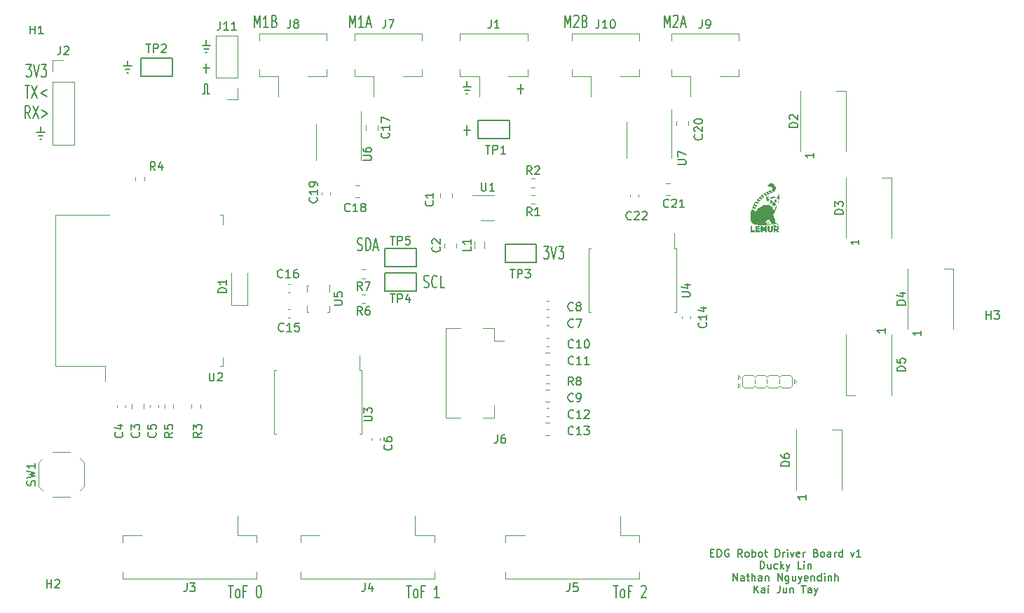
<source format=gbr>
G04 #@! TF.GenerationSoftware,KiCad,Pcbnew,(6.0.6-0)*
G04 #@! TF.CreationDate,2022-08-30T17:18:48-07:00*
G04 #@! TF.ProjectId,RobotDriver,526f626f-7444-4726-9976-65722e6b6963,rev?*
G04 #@! TF.SameCoordinates,Original*
G04 #@! TF.FileFunction,Legend,Top*
G04 #@! TF.FilePolarity,Positive*
%FSLAX46Y46*%
G04 Gerber Fmt 4.6, Leading zero omitted, Abs format (unit mm)*
G04 Created by KiCad (PCBNEW (6.0.6-0)) date 2022-08-30 17:18:48*
%MOMM*%
%LPD*%
G01*
G04 APERTURE LIST*
%ADD10C,0.152400*%
%ADD11C,0.150000*%
%ADD12C,0.154000*%
%ADD13C,0.120000*%
%ADD14C,0.100000*%
G04 APERTURE END LIST*
D10*
X108523809Y-56821428D02*
X109476190Y-56821428D01*
X108714285Y-57250000D02*
X109285714Y-57250000D01*
X109000000Y-56178571D02*
X109000000Y-56821428D01*
X109095238Y-57678571D02*
X108904761Y-57678571D01*
X118023809Y-54321428D02*
X118976190Y-54321428D01*
X118214285Y-54750000D02*
X118785714Y-54750000D01*
X118500000Y-53678571D02*
X118500000Y-54321428D01*
X118595238Y-55178571D02*
X118404761Y-55178571D01*
D11*
X173835595Y-52178571D02*
X173835595Y-50678571D01*
X174168928Y-51750000D01*
X174502261Y-50678571D01*
X174502261Y-52178571D01*
X174930833Y-50821428D02*
X174978452Y-50750000D01*
X175073690Y-50678571D01*
X175311785Y-50678571D01*
X175407023Y-50750000D01*
X175454642Y-50821428D01*
X175502261Y-50964285D01*
X175502261Y-51107142D01*
X175454642Y-51321428D01*
X174883214Y-52178571D01*
X175502261Y-52178571D01*
X175883214Y-51750000D02*
X176359404Y-51750000D01*
X175787976Y-52178571D02*
X176121309Y-50678571D01*
X176454642Y-52178571D01*
X124335595Y-52178571D02*
X124335595Y-50678571D01*
X124668928Y-51750000D01*
X125002261Y-50678571D01*
X125002261Y-52178571D01*
X126002261Y-52178571D02*
X125430833Y-52178571D01*
X125716547Y-52178571D02*
X125716547Y-50678571D01*
X125621309Y-50892857D01*
X125526071Y-51035714D01*
X125430833Y-51107142D01*
X126764166Y-51392857D02*
X126907023Y-51464285D01*
X126954642Y-51535714D01*
X127002261Y-51678571D01*
X127002261Y-51892857D01*
X126954642Y-52035714D01*
X126907023Y-52107142D01*
X126811785Y-52178571D01*
X126430833Y-52178571D01*
X126430833Y-50678571D01*
X126764166Y-50678571D01*
X126859404Y-50750000D01*
X126907023Y-50821428D01*
X126954642Y-50964285D01*
X126954642Y-51107142D01*
X126907023Y-51250000D01*
X126859404Y-51321428D01*
X126764166Y-51392857D01*
X126430833Y-51392857D01*
D10*
X118119047Y-57107142D02*
X118880952Y-57107142D01*
X118500000Y-57678571D02*
X118500000Y-56535714D01*
X149523809Y-59321428D02*
X150476190Y-59321428D01*
X149714285Y-59750000D02*
X150285714Y-59750000D01*
X150000000Y-58678571D02*
X150000000Y-59321428D01*
X150095238Y-60178571D02*
X149904761Y-60178571D01*
D11*
X179435714Y-115762214D02*
X179735714Y-115762214D01*
X179864285Y-116233642D02*
X179435714Y-116233642D01*
X179435714Y-115333642D01*
X179864285Y-115333642D01*
X180250000Y-116233642D02*
X180250000Y-115333642D01*
X180464285Y-115333642D01*
X180592857Y-115376500D01*
X180678571Y-115462214D01*
X180721428Y-115547928D01*
X180764285Y-115719357D01*
X180764285Y-115847928D01*
X180721428Y-116019357D01*
X180678571Y-116105071D01*
X180592857Y-116190785D01*
X180464285Y-116233642D01*
X180250000Y-116233642D01*
X181621428Y-115376500D02*
X181535714Y-115333642D01*
X181407142Y-115333642D01*
X181278571Y-115376500D01*
X181192857Y-115462214D01*
X181150000Y-115547928D01*
X181107142Y-115719357D01*
X181107142Y-115847928D01*
X181150000Y-116019357D01*
X181192857Y-116105071D01*
X181278571Y-116190785D01*
X181407142Y-116233642D01*
X181492857Y-116233642D01*
X181621428Y-116190785D01*
X181664285Y-116147928D01*
X181664285Y-115847928D01*
X181492857Y-115847928D01*
X183250000Y-116233642D02*
X182950000Y-115805071D01*
X182735714Y-116233642D02*
X182735714Y-115333642D01*
X183078571Y-115333642D01*
X183164285Y-115376500D01*
X183207142Y-115419357D01*
X183250000Y-115505071D01*
X183250000Y-115633642D01*
X183207142Y-115719357D01*
X183164285Y-115762214D01*
X183078571Y-115805071D01*
X182735714Y-115805071D01*
X183764285Y-116233642D02*
X183678571Y-116190785D01*
X183635714Y-116147928D01*
X183592857Y-116062214D01*
X183592857Y-115805071D01*
X183635714Y-115719357D01*
X183678571Y-115676500D01*
X183764285Y-115633642D01*
X183892857Y-115633642D01*
X183978571Y-115676500D01*
X184021428Y-115719357D01*
X184064285Y-115805071D01*
X184064285Y-116062214D01*
X184021428Y-116147928D01*
X183978571Y-116190785D01*
X183892857Y-116233642D01*
X183764285Y-116233642D01*
X184450000Y-116233642D02*
X184450000Y-115333642D01*
X184450000Y-115676500D02*
X184535714Y-115633642D01*
X184707142Y-115633642D01*
X184792857Y-115676500D01*
X184835714Y-115719357D01*
X184878571Y-115805071D01*
X184878571Y-116062214D01*
X184835714Y-116147928D01*
X184792857Y-116190785D01*
X184707142Y-116233642D01*
X184535714Y-116233642D01*
X184450000Y-116190785D01*
X185392857Y-116233642D02*
X185307142Y-116190785D01*
X185264285Y-116147928D01*
X185221428Y-116062214D01*
X185221428Y-115805071D01*
X185264285Y-115719357D01*
X185307142Y-115676500D01*
X185392857Y-115633642D01*
X185521428Y-115633642D01*
X185607142Y-115676500D01*
X185650000Y-115719357D01*
X185692857Y-115805071D01*
X185692857Y-116062214D01*
X185650000Y-116147928D01*
X185607142Y-116190785D01*
X185521428Y-116233642D01*
X185392857Y-116233642D01*
X185950000Y-115633642D02*
X186292857Y-115633642D01*
X186078571Y-115333642D02*
X186078571Y-116105071D01*
X186121428Y-116190785D01*
X186207142Y-116233642D01*
X186292857Y-116233642D01*
X187278571Y-116233642D02*
X187278571Y-115333642D01*
X187492857Y-115333642D01*
X187621428Y-115376500D01*
X187707142Y-115462214D01*
X187750000Y-115547928D01*
X187792857Y-115719357D01*
X187792857Y-115847928D01*
X187750000Y-116019357D01*
X187707142Y-116105071D01*
X187621428Y-116190785D01*
X187492857Y-116233642D01*
X187278571Y-116233642D01*
X188178571Y-116233642D02*
X188178571Y-115633642D01*
X188178571Y-115805071D02*
X188221428Y-115719357D01*
X188264285Y-115676500D01*
X188350000Y-115633642D01*
X188435714Y-115633642D01*
X188735714Y-116233642D02*
X188735714Y-115633642D01*
X188735714Y-115333642D02*
X188692857Y-115376500D01*
X188735714Y-115419357D01*
X188778571Y-115376500D01*
X188735714Y-115333642D01*
X188735714Y-115419357D01*
X189078571Y-115633642D02*
X189292857Y-116233642D01*
X189507142Y-115633642D01*
X190192857Y-116190785D02*
X190107142Y-116233642D01*
X189935714Y-116233642D01*
X189850000Y-116190785D01*
X189807142Y-116105071D01*
X189807142Y-115762214D01*
X189850000Y-115676500D01*
X189935714Y-115633642D01*
X190107142Y-115633642D01*
X190192857Y-115676500D01*
X190235714Y-115762214D01*
X190235714Y-115847928D01*
X189807142Y-115933642D01*
X190621428Y-116233642D02*
X190621428Y-115633642D01*
X190621428Y-115805071D02*
X190664285Y-115719357D01*
X190707142Y-115676500D01*
X190792857Y-115633642D01*
X190878571Y-115633642D01*
X192164285Y-115762214D02*
X192292857Y-115805071D01*
X192335714Y-115847928D01*
X192378571Y-115933642D01*
X192378571Y-116062214D01*
X192335714Y-116147928D01*
X192292857Y-116190785D01*
X192207142Y-116233642D01*
X191864285Y-116233642D01*
X191864285Y-115333642D01*
X192164285Y-115333642D01*
X192250000Y-115376500D01*
X192292857Y-115419357D01*
X192335714Y-115505071D01*
X192335714Y-115590785D01*
X192292857Y-115676500D01*
X192250000Y-115719357D01*
X192164285Y-115762214D01*
X191864285Y-115762214D01*
X192892857Y-116233642D02*
X192807142Y-116190785D01*
X192764285Y-116147928D01*
X192721428Y-116062214D01*
X192721428Y-115805071D01*
X192764285Y-115719357D01*
X192807142Y-115676500D01*
X192892857Y-115633642D01*
X193021428Y-115633642D01*
X193107142Y-115676500D01*
X193150000Y-115719357D01*
X193192857Y-115805071D01*
X193192857Y-116062214D01*
X193150000Y-116147928D01*
X193107142Y-116190785D01*
X193021428Y-116233642D01*
X192892857Y-116233642D01*
X193964285Y-116233642D02*
X193964285Y-115762214D01*
X193921428Y-115676500D01*
X193835714Y-115633642D01*
X193664285Y-115633642D01*
X193578571Y-115676500D01*
X193964285Y-116190785D02*
X193878571Y-116233642D01*
X193664285Y-116233642D01*
X193578571Y-116190785D01*
X193535714Y-116105071D01*
X193535714Y-116019357D01*
X193578571Y-115933642D01*
X193664285Y-115890785D01*
X193878571Y-115890785D01*
X193964285Y-115847928D01*
X194392857Y-116233642D02*
X194392857Y-115633642D01*
X194392857Y-115805071D02*
X194435714Y-115719357D01*
X194478571Y-115676500D01*
X194564285Y-115633642D01*
X194650000Y-115633642D01*
X195335714Y-116233642D02*
X195335714Y-115333642D01*
X195335714Y-116190785D02*
X195250000Y-116233642D01*
X195078571Y-116233642D01*
X194992857Y-116190785D01*
X194950000Y-116147928D01*
X194907142Y-116062214D01*
X194907142Y-115805071D01*
X194950000Y-115719357D01*
X194992857Y-115676500D01*
X195078571Y-115633642D01*
X195250000Y-115633642D01*
X195335714Y-115676500D01*
X196364285Y-115633642D02*
X196578571Y-116233642D01*
X196792857Y-115633642D01*
X197607142Y-116233642D02*
X197092857Y-116233642D01*
X197350000Y-116233642D02*
X197350000Y-115333642D01*
X197264285Y-115462214D01*
X197178571Y-115547928D01*
X197092857Y-115590785D01*
X185435714Y-117682642D02*
X185435714Y-116782642D01*
X185650000Y-116782642D01*
X185778571Y-116825500D01*
X185864285Y-116911214D01*
X185907142Y-116996928D01*
X185950000Y-117168357D01*
X185950000Y-117296928D01*
X185907142Y-117468357D01*
X185864285Y-117554071D01*
X185778571Y-117639785D01*
X185650000Y-117682642D01*
X185435714Y-117682642D01*
X186721428Y-117082642D02*
X186721428Y-117682642D01*
X186335714Y-117082642D02*
X186335714Y-117554071D01*
X186378571Y-117639785D01*
X186464285Y-117682642D01*
X186592857Y-117682642D01*
X186678571Y-117639785D01*
X186721428Y-117596928D01*
X187535714Y-117639785D02*
X187450000Y-117682642D01*
X187278571Y-117682642D01*
X187192857Y-117639785D01*
X187150000Y-117596928D01*
X187107142Y-117511214D01*
X187107142Y-117254071D01*
X187150000Y-117168357D01*
X187192857Y-117125500D01*
X187278571Y-117082642D01*
X187450000Y-117082642D01*
X187535714Y-117125500D01*
X187921428Y-117682642D02*
X187921428Y-116782642D01*
X188007142Y-117339785D02*
X188264285Y-117682642D01*
X188264285Y-117082642D02*
X187921428Y-117425500D01*
X188564285Y-117082642D02*
X188778571Y-117682642D01*
X188992857Y-117082642D02*
X188778571Y-117682642D01*
X188692857Y-117896928D01*
X188650000Y-117939785D01*
X188564285Y-117982642D01*
X190450000Y-117682642D02*
X190021428Y-117682642D01*
X190021428Y-116782642D01*
X190750000Y-117682642D02*
X190750000Y-117082642D01*
X190750000Y-116782642D02*
X190707142Y-116825500D01*
X190750000Y-116868357D01*
X190792857Y-116825500D01*
X190750000Y-116782642D01*
X190750000Y-116868357D01*
X191178571Y-117082642D02*
X191178571Y-117682642D01*
X191178571Y-117168357D02*
X191221428Y-117125500D01*
X191307142Y-117082642D01*
X191435714Y-117082642D01*
X191521428Y-117125500D01*
X191564285Y-117211214D01*
X191564285Y-117682642D01*
X182157142Y-119131642D02*
X182157142Y-118231642D01*
X182671428Y-119131642D01*
X182671428Y-118231642D01*
X183485714Y-119131642D02*
X183485714Y-118660214D01*
X183442857Y-118574500D01*
X183357142Y-118531642D01*
X183185714Y-118531642D01*
X183100000Y-118574500D01*
X183485714Y-119088785D02*
X183400000Y-119131642D01*
X183185714Y-119131642D01*
X183100000Y-119088785D01*
X183057142Y-119003071D01*
X183057142Y-118917357D01*
X183100000Y-118831642D01*
X183185714Y-118788785D01*
X183400000Y-118788785D01*
X183485714Y-118745928D01*
X183785714Y-118531642D02*
X184128571Y-118531642D01*
X183914285Y-118231642D02*
X183914285Y-119003071D01*
X183957142Y-119088785D01*
X184042857Y-119131642D01*
X184128571Y-119131642D01*
X184428571Y-119131642D02*
X184428571Y-118231642D01*
X184814285Y-119131642D02*
X184814285Y-118660214D01*
X184771428Y-118574500D01*
X184685714Y-118531642D01*
X184557142Y-118531642D01*
X184471428Y-118574500D01*
X184428571Y-118617357D01*
X185628571Y-119131642D02*
X185628571Y-118660214D01*
X185585714Y-118574500D01*
X185500000Y-118531642D01*
X185328571Y-118531642D01*
X185242857Y-118574500D01*
X185628571Y-119088785D02*
X185542857Y-119131642D01*
X185328571Y-119131642D01*
X185242857Y-119088785D01*
X185200000Y-119003071D01*
X185200000Y-118917357D01*
X185242857Y-118831642D01*
X185328571Y-118788785D01*
X185542857Y-118788785D01*
X185628571Y-118745928D01*
X186057142Y-118531642D02*
X186057142Y-119131642D01*
X186057142Y-118617357D02*
X186100000Y-118574500D01*
X186185714Y-118531642D01*
X186314285Y-118531642D01*
X186400000Y-118574500D01*
X186442857Y-118660214D01*
X186442857Y-119131642D01*
X187557142Y-119131642D02*
X187557142Y-118231642D01*
X188071428Y-119131642D01*
X188071428Y-118231642D01*
X188885714Y-118531642D02*
X188885714Y-119260214D01*
X188842857Y-119345928D01*
X188800000Y-119388785D01*
X188714285Y-119431642D01*
X188585714Y-119431642D01*
X188500000Y-119388785D01*
X188885714Y-119088785D02*
X188800000Y-119131642D01*
X188628571Y-119131642D01*
X188542857Y-119088785D01*
X188500000Y-119045928D01*
X188457142Y-118960214D01*
X188457142Y-118703071D01*
X188500000Y-118617357D01*
X188542857Y-118574500D01*
X188628571Y-118531642D01*
X188800000Y-118531642D01*
X188885714Y-118574500D01*
X189700000Y-118531642D02*
X189700000Y-119131642D01*
X189314285Y-118531642D02*
X189314285Y-119003071D01*
X189357142Y-119088785D01*
X189442857Y-119131642D01*
X189571428Y-119131642D01*
X189657142Y-119088785D01*
X189700000Y-119045928D01*
X190042857Y-118531642D02*
X190257142Y-119131642D01*
X190471428Y-118531642D02*
X190257142Y-119131642D01*
X190171428Y-119345928D01*
X190128571Y-119388785D01*
X190042857Y-119431642D01*
X191157142Y-119088785D02*
X191071428Y-119131642D01*
X190900000Y-119131642D01*
X190814285Y-119088785D01*
X190771428Y-119003071D01*
X190771428Y-118660214D01*
X190814285Y-118574500D01*
X190900000Y-118531642D01*
X191071428Y-118531642D01*
X191157142Y-118574500D01*
X191200000Y-118660214D01*
X191200000Y-118745928D01*
X190771428Y-118831642D01*
X191585714Y-118531642D02*
X191585714Y-119131642D01*
X191585714Y-118617357D02*
X191628571Y-118574500D01*
X191714285Y-118531642D01*
X191842857Y-118531642D01*
X191928571Y-118574500D01*
X191971428Y-118660214D01*
X191971428Y-119131642D01*
X192785714Y-119131642D02*
X192785714Y-118231642D01*
X192785714Y-119088785D02*
X192700000Y-119131642D01*
X192528571Y-119131642D01*
X192442857Y-119088785D01*
X192400000Y-119045928D01*
X192357142Y-118960214D01*
X192357142Y-118703071D01*
X192400000Y-118617357D01*
X192442857Y-118574500D01*
X192528571Y-118531642D01*
X192700000Y-118531642D01*
X192785714Y-118574500D01*
X193214285Y-119131642D02*
X193214285Y-118531642D01*
X193214285Y-118231642D02*
X193171428Y-118274500D01*
X193214285Y-118317357D01*
X193257142Y-118274500D01*
X193214285Y-118231642D01*
X193214285Y-118317357D01*
X193642857Y-118531642D02*
X193642857Y-119131642D01*
X193642857Y-118617357D02*
X193685714Y-118574500D01*
X193771428Y-118531642D01*
X193900000Y-118531642D01*
X193985714Y-118574500D01*
X194028571Y-118660214D01*
X194028571Y-119131642D01*
X194457142Y-119131642D02*
X194457142Y-118231642D01*
X194842857Y-119131642D02*
X194842857Y-118660214D01*
X194800000Y-118574500D01*
X194714285Y-118531642D01*
X194585714Y-118531642D01*
X194500000Y-118574500D01*
X194457142Y-118617357D01*
X184707142Y-120580642D02*
X184707142Y-119680642D01*
X185221428Y-120580642D02*
X184835714Y-120066357D01*
X185221428Y-119680642D02*
X184707142Y-120194928D01*
X185992857Y-120580642D02*
X185992857Y-120109214D01*
X185950000Y-120023500D01*
X185864285Y-119980642D01*
X185692857Y-119980642D01*
X185607142Y-120023500D01*
X185992857Y-120537785D02*
X185907142Y-120580642D01*
X185692857Y-120580642D01*
X185607142Y-120537785D01*
X185564285Y-120452071D01*
X185564285Y-120366357D01*
X185607142Y-120280642D01*
X185692857Y-120237785D01*
X185907142Y-120237785D01*
X185992857Y-120194928D01*
X186421428Y-120580642D02*
X186421428Y-119980642D01*
X186421428Y-119680642D02*
X186378571Y-119723500D01*
X186421428Y-119766357D01*
X186464285Y-119723500D01*
X186421428Y-119680642D01*
X186421428Y-119766357D01*
X187792857Y-119680642D02*
X187792857Y-120323500D01*
X187750000Y-120452071D01*
X187664285Y-120537785D01*
X187535714Y-120580642D01*
X187450000Y-120580642D01*
X188607142Y-119980642D02*
X188607142Y-120580642D01*
X188221428Y-119980642D02*
X188221428Y-120452071D01*
X188264285Y-120537785D01*
X188350000Y-120580642D01*
X188478571Y-120580642D01*
X188564285Y-120537785D01*
X188607142Y-120494928D01*
X189035714Y-119980642D02*
X189035714Y-120580642D01*
X189035714Y-120066357D02*
X189078571Y-120023500D01*
X189164285Y-119980642D01*
X189292857Y-119980642D01*
X189378571Y-120023500D01*
X189421428Y-120109214D01*
X189421428Y-120580642D01*
X190407142Y-119680642D02*
X190921428Y-119680642D01*
X190664285Y-120580642D02*
X190664285Y-119680642D01*
X191607142Y-120580642D02*
X191607142Y-120109214D01*
X191564285Y-120023500D01*
X191478571Y-119980642D01*
X191307142Y-119980642D01*
X191221428Y-120023500D01*
X191607142Y-120537785D02*
X191521428Y-120580642D01*
X191307142Y-120580642D01*
X191221428Y-120537785D01*
X191178571Y-120452071D01*
X191178571Y-120366357D01*
X191221428Y-120280642D01*
X191307142Y-120237785D01*
X191521428Y-120237785D01*
X191607142Y-120194928D01*
X191950000Y-119980642D02*
X192164285Y-120580642D01*
X192378571Y-119980642D02*
X192164285Y-120580642D01*
X192078571Y-120794928D01*
X192035714Y-120837785D01*
X191950000Y-120880642D01*
D10*
X144809523Y-83607142D02*
X144952380Y-83678571D01*
X145190476Y-83678571D01*
X145285714Y-83607142D01*
X145333333Y-83535714D01*
X145380952Y-83392857D01*
X145380952Y-83250000D01*
X145333333Y-83107142D01*
X145285714Y-83035714D01*
X145190476Y-82964285D01*
X145000000Y-82892857D01*
X144904761Y-82821428D01*
X144857142Y-82750000D01*
X144809523Y-82607142D01*
X144809523Y-82464285D01*
X144857142Y-82321428D01*
X144904761Y-82250000D01*
X145000000Y-82178571D01*
X145238095Y-82178571D01*
X145380952Y-82250000D01*
X146380952Y-83535714D02*
X146333333Y-83607142D01*
X146190476Y-83678571D01*
X146095238Y-83678571D01*
X145952380Y-83607142D01*
X145857142Y-83464285D01*
X145809523Y-83321428D01*
X145761904Y-83035714D01*
X145761904Y-82821428D01*
X145809523Y-82535714D01*
X145857142Y-82392857D01*
X145952380Y-82250000D01*
X146095238Y-82178571D01*
X146190476Y-82178571D01*
X146333333Y-82250000D01*
X146380952Y-82321428D01*
X147285714Y-83678571D02*
X146809523Y-83678571D01*
X146809523Y-82178571D01*
X149619047Y-64607142D02*
X150380952Y-64607142D01*
X150000000Y-65178571D02*
X150000000Y-64035714D01*
D11*
X135835595Y-52178571D02*
X135835595Y-50678571D01*
X136168928Y-51750000D01*
X136502261Y-50678571D01*
X136502261Y-52178571D01*
X137502261Y-52178571D02*
X136930833Y-52178571D01*
X137216547Y-52178571D02*
X137216547Y-50678571D01*
X137121309Y-50892857D01*
X137026071Y-51035714D01*
X136930833Y-51107142D01*
X137883214Y-51750000D02*
X138359404Y-51750000D01*
X137787976Y-52178571D02*
X138121309Y-50678571D01*
X138454642Y-52178571D01*
X161835595Y-52178571D02*
X161835595Y-50678571D01*
X162168928Y-51750000D01*
X162502261Y-50678571D01*
X162502261Y-52178571D01*
X162930833Y-50821428D02*
X162978452Y-50750000D01*
X163073690Y-50678571D01*
X163311785Y-50678571D01*
X163407023Y-50750000D01*
X163454642Y-50821428D01*
X163502261Y-50964285D01*
X163502261Y-51107142D01*
X163454642Y-51321428D01*
X162883214Y-52178571D01*
X163502261Y-52178571D01*
X164264166Y-51392857D02*
X164407023Y-51464285D01*
X164454642Y-51535714D01*
X164502261Y-51678571D01*
X164502261Y-51892857D01*
X164454642Y-52035714D01*
X164407023Y-52107142D01*
X164311785Y-52178571D01*
X163930833Y-52178571D01*
X163930833Y-50678571D01*
X164264166Y-50678571D01*
X164359404Y-50750000D01*
X164407023Y-50821428D01*
X164454642Y-50964285D01*
X164454642Y-51107142D01*
X164407023Y-51250000D01*
X164359404Y-51321428D01*
X164264166Y-51392857D01*
X163930833Y-51392857D01*
D10*
X96761904Y-56678571D02*
X97380952Y-56678571D01*
X97047619Y-57250000D01*
X97190476Y-57250000D01*
X97285714Y-57321428D01*
X97333333Y-57392857D01*
X97380952Y-57535714D01*
X97380952Y-57892857D01*
X97333333Y-58035714D01*
X97285714Y-58107142D01*
X97190476Y-58178571D01*
X96904761Y-58178571D01*
X96809523Y-58107142D01*
X96761904Y-58035714D01*
X97666666Y-56678571D02*
X98000000Y-58178571D01*
X98333333Y-56678571D01*
X98571428Y-56678571D02*
X99190476Y-56678571D01*
X98857142Y-57250000D01*
X99000000Y-57250000D01*
X99095238Y-57321428D01*
X99142857Y-57392857D01*
X99190476Y-57535714D01*
X99190476Y-57892857D01*
X99142857Y-58035714D01*
X99095238Y-58107142D01*
X99000000Y-58178571D01*
X98714285Y-58178571D01*
X98619047Y-58107142D01*
X98571428Y-58035714D01*
X159261904Y-78678571D02*
X159880952Y-78678571D01*
X159547619Y-79250000D01*
X159690476Y-79250000D01*
X159785714Y-79321428D01*
X159833333Y-79392857D01*
X159880952Y-79535714D01*
X159880952Y-79892857D01*
X159833333Y-80035714D01*
X159785714Y-80107142D01*
X159690476Y-80178571D01*
X159404761Y-80178571D01*
X159309523Y-80107142D01*
X159261904Y-80035714D01*
X160166666Y-78678571D02*
X160500000Y-80178571D01*
X160833333Y-78678571D01*
X161071428Y-78678571D02*
X161690476Y-78678571D01*
X161357142Y-79250000D01*
X161500000Y-79250000D01*
X161595238Y-79321428D01*
X161642857Y-79392857D01*
X161690476Y-79535714D01*
X161690476Y-79892857D01*
X161642857Y-80035714D01*
X161595238Y-80107142D01*
X161500000Y-80178571D01*
X161214285Y-80178571D01*
X161119047Y-80107142D01*
X161071428Y-80035714D01*
D11*
X167692738Y-119678571D02*
X168264166Y-119678571D01*
X167978452Y-121178571D02*
X167978452Y-119678571D01*
X168740357Y-121178571D02*
X168645119Y-121107142D01*
X168597500Y-121035714D01*
X168549880Y-120892857D01*
X168549880Y-120464285D01*
X168597500Y-120321428D01*
X168645119Y-120250000D01*
X168740357Y-120178571D01*
X168883214Y-120178571D01*
X168978452Y-120250000D01*
X169026071Y-120321428D01*
X169073690Y-120464285D01*
X169073690Y-120892857D01*
X169026071Y-121035714D01*
X168978452Y-121107142D01*
X168883214Y-121178571D01*
X168740357Y-121178571D01*
X169835595Y-120392857D02*
X169502261Y-120392857D01*
X169502261Y-121178571D02*
X169502261Y-119678571D01*
X169978452Y-119678571D01*
X171073690Y-119821428D02*
X171121309Y-119750000D01*
X171216547Y-119678571D01*
X171454642Y-119678571D01*
X171549880Y-119750000D01*
X171597500Y-119821428D01*
X171645119Y-119964285D01*
X171645119Y-120107142D01*
X171597500Y-120321428D01*
X171026071Y-121178571D01*
X171645119Y-121178571D01*
D10*
X98023809Y-64821428D02*
X98976190Y-64821428D01*
X98214285Y-65250000D02*
X98785714Y-65250000D01*
X98500000Y-64178571D02*
X98500000Y-64821428D01*
X98595238Y-65678571D02*
X98404761Y-65678571D01*
X156119047Y-59607142D02*
X156880952Y-59607142D01*
X156500000Y-60178571D02*
X156500000Y-59035714D01*
D11*
X142692738Y-119678571D02*
X143264166Y-119678571D01*
X142978452Y-121178571D02*
X142978452Y-119678571D01*
X143740357Y-121178571D02*
X143645119Y-121107142D01*
X143597500Y-121035714D01*
X143549880Y-120892857D01*
X143549880Y-120464285D01*
X143597500Y-120321428D01*
X143645119Y-120250000D01*
X143740357Y-120178571D01*
X143883214Y-120178571D01*
X143978452Y-120250000D01*
X144026071Y-120321428D01*
X144073690Y-120464285D01*
X144073690Y-120892857D01*
X144026071Y-121035714D01*
X143978452Y-121107142D01*
X143883214Y-121178571D01*
X143740357Y-121178571D01*
X144835595Y-120392857D02*
X144502261Y-120392857D01*
X144502261Y-121178571D02*
X144502261Y-119678571D01*
X144978452Y-119678571D01*
X146645119Y-121178571D02*
X146073690Y-121178571D01*
X146359404Y-121178571D02*
X146359404Y-119678571D01*
X146264166Y-119892857D01*
X146168928Y-120035714D01*
X146073690Y-120107142D01*
D10*
X118071428Y-60178571D02*
X118309523Y-60178571D01*
X118309523Y-59035714D01*
X118690476Y-59035714D01*
X118690476Y-60178571D01*
X118928571Y-60178571D01*
X97214285Y-63178571D02*
X96880952Y-62464285D01*
X96642857Y-63178571D02*
X96642857Y-61678571D01*
X97023809Y-61678571D01*
X97119047Y-61750000D01*
X97166666Y-61821428D01*
X97214285Y-61964285D01*
X97214285Y-62178571D01*
X97166666Y-62321428D01*
X97119047Y-62392857D01*
X97023809Y-62464285D01*
X96642857Y-62464285D01*
X97547619Y-61678571D02*
X98214285Y-63178571D01*
X98214285Y-61678571D02*
X97547619Y-63178571D01*
X98595238Y-62178571D02*
X99357142Y-62607142D01*
X98595238Y-63035714D01*
X136785714Y-79107142D02*
X136928571Y-79178571D01*
X137166666Y-79178571D01*
X137261904Y-79107142D01*
X137309523Y-79035714D01*
X137357142Y-78892857D01*
X137357142Y-78750000D01*
X137309523Y-78607142D01*
X137261904Y-78535714D01*
X137166666Y-78464285D01*
X136976190Y-78392857D01*
X136880952Y-78321428D01*
X136833333Y-78250000D01*
X136785714Y-78107142D01*
X136785714Y-77964285D01*
X136833333Y-77821428D01*
X136880952Y-77750000D01*
X136976190Y-77678571D01*
X137214285Y-77678571D01*
X137357142Y-77750000D01*
X137785714Y-79178571D02*
X137785714Y-77678571D01*
X138023809Y-77678571D01*
X138166666Y-77750000D01*
X138261904Y-77892857D01*
X138309523Y-78035714D01*
X138357142Y-78321428D01*
X138357142Y-78535714D01*
X138309523Y-78821428D01*
X138261904Y-78964285D01*
X138166666Y-79107142D01*
X138023809Y-79178571D01*
X137785714Y-79178571D01*
X138738095Y-78750000D02*
X139214285Y-78750000D01*
X138642857Y-79178571D02*
X138976190Y-77678571D01*
X139309523Y-79178571D01*
D11*
X121192738Y-119678571D02*
X121764166Y-119678571D01*
X121478452Y-121178571D02*
X121478452Y-119678571D01*
X122240357Y-121178571D02*
X122145119Y-121107142D01*
X122097500Y-121035714D01*
X122049880Y-120892857D01*
X122049880Y-120464285D01*
X122097500Y-120321428D01*
X122145119Y-120250000D01*
X122240357Y-120178571D01*
X122383214Y-120178571D01*
X122478452Y-120250000D01*
X122526071Y-120321428D01*
X122573690Y-120464285D01*
X122573690Y-120892857D01*
X122526071Y-121035714D01*
X122478452Y-121107142D01*
X122383214Y-121178571D01*
X122240357Y-121178571D01*
X123335595Y-120392857D02*
X123002261Y-120392857D01*
X123002261Y-121178571D02*
X123002261Y-119678571D01*
X123478452Y-119678571D01*
X124811785Y-119678571D02*
X124907023Y-119678571D01*
X125002261Y-119750000D01*
X125049880Y-119821428D01*
X125097500Y-119964285D01*
X125145119Y-120250000D01*
X125145119Y-120607142D01*
X125097500Y-120892857D01*
X125049880Y-121035714D01*
X125002261Y-121107142D01*
X124907023Y-121178571D01*
X124811785Y-121178571D01*
X124716547Y-121107142D01*
X124668928Y-121035714D01*
X124621309Y-120892857D01*
X124573690Y-120607142D01*
X124573690Y-120250000D01*
X124621309Y-119964285D01*
X124668928Y-119821428D01*
X124716547Y-119750000D01*
X124811785Y-119678571D01*
D12*
X96619047Y-59178571D02*
X97190476Y-59178571D01*
X96904761Y-60678571D02*
X96904761Y-59178571D01*
X97428571Y-59178571D02*
X98095238Y-60678571D01*
X98095238Y-59178571D02*
X97428571Y-60678571D01*
X99238095Y-59678571D02*
X98476190Y-60107142D01*
X99238095Y-60535714D01*
D11*
X162857142Y-99357142D02*
X162809523Y-99404761D01*
X162666666Y-99452380D01*
X162571428Y-99452380D01*
X162428571Y-99404761D01*
X162333333Y-99309523D01*
X162285714Y-99214285D01*
X162238095Y-99023809D01*
X162238095Y-98880952D01*
X162285714Y-98690476D01*
X162333333Y-98595238D01*
X162428571Y-98500000D01*
X162571428Y-98452380D01*
X162666666Y-98452380D01*
X162809523Y-98500000D01*
X162857142Y-98547619D01*
X163809523Y-99452380D02*
X163238095Y-99452380D01*
X163523809Y-99452380D02*
X163523809Y-98452380D01*
X163428571Y-98595238D01*
X163333333Y-98690476D01*
X163238095Y-98738095D01*
X164190476Y-98547619D02*
X164238095Y-98500000D01*
X164333333Y-98452380D01*
X164571428Y-98452380D01*
X164666666Y-98500000D01*
X164714285Y-98547619D01*
X164761904Y-98642857D01*
X164761904Y-98738095D01*
X164714285Y-98880952D01*
X164142857Y-99452380D01*
X164761904Y-99452380D01*
X137333333Y-86952380D02*
X137000000Y-86476190D01*
X136761904Y-86952380D02*
X136761904Y-85952380D01*
X137142857Y-85952380D01*
X137238095Y-86000000D01*
X137285714Y-86047619D01*
X137333333Y-86142857D01*
X137333333Y-86285714D01*
X137285714Y-86380952D01*
X137238095Y-86428571D01*
X137142857Y-86476190D01*
X136761904Y-86476190D01*
X138190476Y-85952380D02*
X138000000Y-85952380D01*
X137904761Y-86000000D01*
X137857142Y-86047619D01*
X137761904Y-86190476D01*
X137714285Y-86380952D01*
X137714285Y-86761904D01*
X137761904Y-86857142D01*
X137809523Y-86904761D01*
X137904761Y-86952380D01*
X138095238Y-86952380D01*
X138190476Y-86904761D01*
X138238095Y-86857142D01*
X138285714Y-86761904D01*
X138285714Y-86523809D01*
X138238095Y-86428571D01*
X138190476Y-86380952D01*
X138095238Y-86333333D01*
X137904761Y-86333333D01*
X137809523Y-86380952D01*
X137761904Y-86428571D01*
X137714285Y-86523809D01*
X162833333Y-95452380D02*
X162500000Y-94976190D01*
X162261904Y-95452380D02*
X162261904Y-94452380D01*
X162642857Y-94452380D01*
X162738095Y-94500000D01*
X162785714Y-94547619D01*
X162833333Y-94642857D01*
X162833333Y-94785714D01*
X162785714Y-94880952D01*
X162738095Y-94928571D01*
X162642857Y-94976190D01*
X162261904Y-94976190D01*
X163404761Y-94880952D02*
X163309523Y-94833333D01*
X163261904Y-94785714D01*
X163214285Y-94690476D01*
X163214285Y-94642857D01*
X163261904Y-94547619D01*
X163309523Y-94500000D01*
X163404761Y-94452380D01*
X163595238Y-94452380D01*
X163690476Y-94500000D01*
X163738095Y-94547619D01*
X163785714Y-94642857D01*
X163785714Y-94690476D01*
X163738095Y-94785714D01*
X163690476Y-94833333D01*
X163595238Y-94880952D01*
X163404761Y-94880952D01*
X163309523Y-94928571D01*
X163261904Y-94976190D01*
X163214285Y-95071428D01*
X163214285Y-95261904D01*
X163261904Y-95357142D01*
X163309523Y-95404761D01*
X163404761Y-95452380D01*
X163595238Y-95452380D01*
X163690476Y-95404761D01*
X163738095Y-95357142D01*
X163785714Y-95261904D01*
X163785714Y-95071428D01*
X163738095Y-94976190D01*
X163690476Y-94928571D01*
X163595238Y-94880952D01*
X131857142Y-72752277D02*
X131904761Y-72799896D01*
X131952380Y-72942753D01*
X131952380Y-73037991D01*
X131904761Y-73180848D01*
X131809523Y-73276086D01*
X131714285Y-73323705D01*
X131523809Y-73371324D01*
X131380952Y-73371324D01*
X131190476Y-73323705D01*
X131095238Y-73276086D01*
X131000000Y-73180848D01*
X130952380Y-73037991D01*
X130952380Y-72942753D01*
X131000000Y-72799896D01*
X131047619Y-72752277D01*
X131952380Y-71799896D02*
X131952380Y-72371324D01*
X131952380Y-72085610D02*
X130952380Y-72085610D01*
X131095238Y-72180848D01*
X131190476Y-72276086D01*
X131238095Y-72371324D01*
X131952380Y-71323705D02*
X131952380Y-71133229D01*
X131904761Y-71037991D01*
X131857142Y-70990372D01*
X131714285Y-70895134D01*
X131523809Y-70847515D01*
X131142857Y-70847515D01*
X131047619Y-70895134D01*
X131000000Y-70942753D01*
X130952380Y-71037991D01*
X130952380Y-71228467D01*
X131000000Y-71323705D01*
X131047619Y-71371324D01*
X131142857Y-71418943D01*
X131380952Y-71418943D01*
X131476190Y-71371324D01*
X131523809Y-71323705D01*
X131571428Y-71228467D01*
X131571428Y-71037991D01*
X131523809Y-70942753D01*
X131476190Y-70895134D01*
X131380952Y-70847515D01*
X97238095Y-52952380D02*
X97238095Y-51952380D01*
X97238095Y-52428571D02*
X97809523Y-52428571D01*
X97809523Y-52952380D02*
X97809523Y-51952380D01*
X98809523Y-52952380D02*
X98238095Y-52952380D01*
X98523809Y-52952380D02*
X98523809Y-51952380D01*
X98428571Y-52095238D01*
X98333333Y-52190476D01*
X98238095Y-52238095D01*
X202952380Y-85738095D02*
X201952380Y-85738095D01*
X201952380Y-85500000D01*
X202000000Y-85357142D01*
X202095238Y-85261904D01*
X202190476Y-85214285D01*
X202380952Y-85166666D01*
X202523809Y-85166666D01*
X202714285Y-85214285D01*
X202809523Y-85261904D01*
X202904761Y-85357142D01*
X202952380Y-85500000D01*
X202952380Y-85738095D01*
X202285714Y-84309523D02*
X202952380Y-84309523D01*
X201904761Y-84547619D02*
X202619047Y-84785714D01*
X202619047Y-84166666D01*
X204852380Y-88864285D02*
X204852380Y-89435714D01*
X204852380Y-89150000D02*
X203852380Y-89150000D01*
X203995238Y-89245238D01*
X204090476Y-89340476D01*
X204138095Y-89435714D01*
X135857142Y-74357142D02*
X135809523Y-74404761D01*
X135666666Y-74452380D01*
X135571428Y-74452380D01*
X135428571Y-74404761D01*
X135333333Y-74309523D01*
X135285714Y-74214285D01*
X135238095Y-74023809D01*
X135238095Y-73880952D01*
X135285714Y-73690476D01*
X135333333Y-73595238D01*
X135428571Y-73500000D01*
X135571428Y-73452380D01*
X135666666Y-73452380D01*
X135809523Y-73500000D01*
X135857142Y-73547619D01*
X136809523Y-74452380D02*
X136238095Y-74452380D01*
X136523809Y-74452380D02*
X136523809Y-73452380D01*
X136428571Y-73595238D01*
X136333333Y-73690476D01*
X136238095Y-73738095D01*
X137380952Y-73880952D02*
X137285714Y-73833333D01*
X137238095Y-73785714D01*
X137190476Y-73690476D01*
X137190476Y-73642857D01*
X137238095Y-73547619D01*
X137285714Y-73500000D01*
X137380952Y-73452380D01*
X137571428Y-73452380D01*
X137666666Y-73500000D01*
X137714285Y-73547619D01*
X137761904Y-73642857D01*
X137761904Y-73690476D01*
X137714285Y-73785714D01*
X137666666Y-73833333D01*
X137571428Y-73880952D01*
X137380952Y-73880952D01*
X137285714Y-73928571D01*
X137238095Y-73976190D01*
X137190476Y-74071428D01*
X137190476Y-74261904D01*
X137238095Y-74357142D01*
X137285714Y-74404761D01*
X137380952Y-74452380D01*
X137571428Y-74452380D01*
X137666666Y-74404761D01*
X137714285Y-74357142D01*
X137761904Y-74261904D01*
X137761904Y-74071428D01*
X137714285Y-73976190D01*
X137666666Y-73928571D01*
X137571428Y-73880952D01*
X212738095Y-87452380D02*
X212738095Y-86452380D01*
X212738095Y-86928571D02*
X213309523Y-86928571D01*
X213309523Y-87452380D02*
X213309523Y-86452380D01*
X213690476Y-86452380D02*
X214309523Y-86452380D01*
X213976190Y-86833333D01*
X214119047Y-86833333D01*
X214214285Y-86880952D01*
X214261904Y-86928571D01*
X214309523Y-87023809D01*
X214309523Y-87261904D01*
X214261904Y-87357142D01*
X214214285Y-87404761D01*
X214119047Y-87452380D01*
X213833333Y-87452380D01*
X213738095Y-87404761D01*
X213690476Y-87357142D01*
X178857142Y-87892857D02*
X178904761Y-87940476D01*
X178952380Y-88083333D01*
X178952380Y-88178571D01*
X178904761Y-88321428D01*
X178809523Y-88416666D01*
X178714285Y-88464285D01*
X178523809Y-88511904D01*
X178380952Y-88511904D01*
X178190476Y-88464285D01*
X178095238Y-88416666D01*
X178000000Y-88321428D01*
X177952380Y-88178571D01*
X177952380Y-88083333D01*
X178000000Y-87940476D01*
X178047619Y-87892857D01*
X178952380Y-86940476D02*
X178952380Y-87511904D01*
X178952380Y-87226190D02*
X177952380Y-87226190D01*
X178095238Y-87321428D01*
X178190476Y-87416666D01*
X178238095Y-87511904D01*
X178285714Y-86083333D02*
X178952380Y-86083333D01*
X177904761Y-86321428D02*
X178619047Y-86559523D01*
X178619047Y-85940476D01*
X140166666Y-51252380D02*
X140166666Y-51966666D01*
X140119047Y-52109523D01*
X140023809Y-52204761D01*
X139880952Y-52252380D01*
X139785714Y-52252380D01*
X140547619Y-51252380D02*
X141214285Y-51252380D01*
X140785714Y-52252380D01*
X165940476Y-51252380D02*
X165940476Y-51966666D01*
X165892857Y-52109523D01*
X165797619Y-52204761D01*
X165654761Y-52252380D01*
X165559523Y-52252380D01*
X166940476Y-52252380D02*
X166369047Y-52252380D01*
X166654761Y-52252380D02*
X166654761Y-51252380D01*
X166559523Y-51395238D01*
X166464285Y-51490476D01*
X166369047Y-51538095D01*
X167559523Y-51252380D02*
X167654761Y-51252380D01*
X167750000Y-51300000D01*
X167797619Y-51347619D01*
X167845238Y-51442857D01*
X167892857Y-51633333D01*
X167892857Y-51871428D01*
X167845238Y-52061904D01*
X167797619Y-52157142D01*
X167750000Y-52204761D01*
X167654761Y-52252380D01*
X167559523Y-52252380D01*
X167464285Y-52204761D01*
X167416666Y-52157142D01*
X167369047Y-52061904D01*
X167321428Y-51871428D01*
X167321428Y-51633333D01*
X167369047Y-51442857D01*
X167416666Y-51347619D01*
X167464285Y-51300000D01*
X167559523Y-51252380D01*
X162857142Y-90857142D02*
X162809523Y-90904761D01*
X162666666Y-90952380D01*
X162571428Y-90952380D01*
X162428571Y-90904761D01*
X162333333Y-90809523D01*
X162285714Y-90714285D01*
X162238095Y-90523809D01*
X162238095Y-90380952D01*
X162285714Y-90190476D01*
X162333333Y-90095238D01*
X162428571Y-90000000D01*
X162571428Y-89952380D01*
X162666666Y-89952380D01*
X162809523Y-90000000D01*
X162857142Y-90047619D01*
X163809523Y-90952380D02*
X163238095Y-90952380D01*
X163523809Y-90952380D02*
X163523809Y-89952380D01*
X163428571Y-90095238D01*
X163333333Y-90190476D01*
X163238095Y-90238095D01*
X164428571Y-89952380D02*
X164523809Y-89952380D01*
X164619047Y-90000000D01*
X164666666Y-90047619D01*
X164714285Y-90142857D01*
X164761904Y-90333333D01*
X164761904Y-90571428D01*
X164714285Y-90761904D01*
X164666666Y-90857142D01*
X164619047Y-90904761D01*
X164523809Y-90952380D01*
X164428571Y-90952380D01*
X164333333Y-90904761D01*
X164285714Y-90857142D01*
X164238095Y-90761904D01*
X164190476Y-90571428D01*
X164190476Y-90333333D01*
X164238095Y-90142857D01*
X164285714Y-90047619D01*
X164333333Y-90000000D01*
X164428571Y-89952380D01*
X195452380Y-74738095D02*
X194452380Y-74738095D01*
X194452380Y-74500000D01*
X194500000Y-74357142D01*
X194595238Y-74261904D01*
X194690476Y-74214285D01*
X194880952Y-74166666D01*
X195023809Y-74166666D01*
X195214285Y-74214285D01*
X195309523Y-74261904D01*
X195404761Y-74357142D01*
X195452380Y-74500000D01*
X195452380Y-74738095D01*
X194452380Y-73833333D02*
X194452380Y-73214285D01*
X194833333Y-73547619D01*
X194833333Y-73404761D01*
X194880952Y-73309523D01*
X194928571Y-73261904D01*
X195023809Y-73214285D01*
X195261904Y-73214285D01*
X195357142Y-73261904D01*
X195404761Y-73309523D01*
X195452380Y-73404761D01*
X195452380Y-73690476D01*
X195404761Y-73785714D01*
X195357142Y-73833333D01*
X197352380Y-77864285D02*
X197352380Y-78435714D01*
X197352380Y-78150000D02*
X196352380Y-78150000D01*
X196495238Y-78245238D01*
X196590476Y-78340476D01*
X196638095Y-78435714D01*
X100916666Y-54452380D02*
X100916666Y-55166666D01*
X100869047Y-55309523D01*
X100773809Y-55404761D01*
X100630952Y-55452380D01*
X100535714Y-55452380D01*
X101345238Y-54547619D02*
X101392857Y-54500000D01*
X101488095Y-54452380D01*
X101726190Y-54452380D01*
X101821428Y-54500000D01*
X101869047Y-54547619D01*
X101916666Y-54642857D01*
X101916666Y-54738095D01*
X101869047Y-54880952D01*
X101297619Y-55452380D01*
X101916666Y-55452380D01*
X128666666Y-51252380D02*
X128666666Y-51966666D01*
X128619047Y-52109523D01*
X128523809Y-52204761D01*
X128380952Y-52252380D01*
X128285714Y-52252380D01*
X129285714Y-51680952D02*
X129190476Y-51633333D01*
X129142857Y-51585714D01*
X129095238Y-51490476D01*
X129095238Y-51442857D01*
X129142857Y-51347619D01*
X129190476Y-51300000D01*
X129285714Y-51252380D01*
X129476190Y-51252380D01*
X129571428Y-51300000D01*
X129619047Y-51347619D01*
X129666666Y-51442857D01*
X129666666Y-51490476D01*
X129619047Y-51585714D01*
X129571428Y-51633333D01*
X129476190Y-51680952D01*
X129285714Y-51680952D01*
X129190476Y-51728571D01*
X129142857Y-51776190D01*
X129095238Y-51871428D01*
X129095238Y-52061904D01*
X129142857Y-52157142D01*
X129190476Y-52204761D01*
X129285714Y-52252380D01*
X129476190Y-52252380D01*
X129571428Y-52204761D01*
X129619047Y-52157142D01*
X129666666Y-52061904D01*
X129666666Y-51871428D01*
X129619047Y-51776190D01*
X129571428Y-51728571D01*
X129476190Y-51680952D01*
X112357142Y-101166666D02*
X112404761Y-101214285D01*
X112452380Y-101357142D01*
X112452380Y-101452380D01*
X112404761Y-101595238D01*
X112309523Y-101690476D01*
X112214285Y-101738095D01*
X112023809Y-101785714D01*
X111880952Y-101785714D01*
X111690476Y-101738095D01*
X111595238Y-101690476D01*
X111500000Y-101595238D01*
X111452380Y-101452380D01*
X111452380Y-101357142D01*
X111500000Y-101214285D01*
X111547619Y-101166666D01*
X111452380Y-100261904D02*
X111452380Y-100738095D01*
X111928571Y-100785714D01*
X111880952Y-100738095D01*
X111833333Y-100642857D01*
X111833333Y-100404761D01*
X111880952Y-100309523D01*
X111928571Y-100261904D01*
X112023809Y-100214285D01*
X112261904Y-100214285D01*
X112357142Y-100261904D01*
X112404761Y-100309523D01*
X112452380Y-100404761D01*
X112452380Y-100642857D01*
X112404761Y-100738095D01*
X112357142Y-100785714D01*
X99238095Y-119952380D02*
X99238095Y-118952380D01*
X99238095Y-119428571D02*
X99809523Y-119428571D01*
X99809523Y-119952380D02*
X99809523Y-118952380D01*
X100238095Y-119047619D02*
X100285714Y-119000000D01*
X100380952Y-118952380D01*
X100619047Y-118952380D01*
X100714285Y-119000000D01*
X100761904Y-119047619D01*
X100809523Y-119142857D01*
X100809523Y-119238095D01*
X100761904Y-119380952D01*
X100190476Y-119952380D01*
X100809523Y-119952380D01*
X118888095Y-93952380D02*
X118888095Y-94761904D01*
X118935714Y-94857142D01*
X118983333Y-94904761D01*
X119078571Y-94952380D01*
X119269047Y-94952380D01*
X119364285Y-94904761D01*
X119411904Y-94857142D01*
X119459523Y-94761904D01*
X119459523Y-93952380D01*
X119888095Y-94047619D02*
X119935714Y-94000000D01*
X120030952Y-93952380D01*
X120269047Y-93952380D01*
X120364285Y-94000000D01*
X120411904Y-94047619D01*
X120459523Y-94142857D01*
X120459523Y-94238095D01*
X120411904Y-94380952D01*
X119840476Y-94952380D01*
X120459523Y-94952380D01*
X152238095Y-66452380D02*
X152809523Y-66452380D01*
X152523809Y-67452380D02*
X152523809Y-66452380D01*
X153142857Y-67452380D02*
X153142857Y-66452380D01*
X153523809Y-66452380D01*
X153619047Y-66500000D01*
X153666666Y-66547619D01*
X153714285Y-66642857D01*
X153714285Y-66785714D01*
X153666666Y-66880952D01*
X153619047Y-66928571D01*
X153523809Y-66976190D01*
X153142857Y-66976190D01*
X154666666Y-67452380D02*
X154095238Y-67452380D01*
X154380952Y-67452380D02*
X154380952Y-66452380D01*
X154285714Y-66595238D01*
X154190476Y-66690476D01*
X154095238Y-66738095D01*
X146677142Y-78716666D02*
X146724761Y-78764285D01*
X146772380Y-78907142D01*
X146772380Y-79002380D01*
X146724761Y-79145238D01*
X146629523Y-79240476D01*
X146534285Y-79288095D01*
X146343809Y-79335714D01*
X146200952Y-79335714D01*
X146010476Y-79288095D01*
X145915238Y-79240476D01*
X145820000Y-79145238D01*
X145772380Y-79002380D01*
X145772380Y-78907142D01*
X145820000Y-78764285D01*
X145867619Y-78716666D01*
X145867619Y-78335714D02*
X145820000Y-78288095D01*
X145772380Y-78192857D01*
X145772380Y-77954761D01*
X145820000Y-77859523D01*
X145867619Y-77811904D01*
X145962857Y-77764285D01*
X146058095Y-77764285D01*
X146200952Y-77811904D01*
X146772380Y-78383333D01*
X146772380Y-77764285D01*
X153666666Y-101452380D02*
X153666666Y-102166666D01*
X153619047Y-102309523D01*
X153523809Y-102404761D01*
X153380952Y-102452380D01*
X153285714Y-102452380D01*
X154571428Y-101452380D02*
X154380952Y-101452380D01*
X154285714Y-101500000D01*
X154238095Y-101547619D01*
X154142857Y-101690476D01*
X154095238Y-101880952D01*
X154095238Y-102261904D01*
X154142857Y-102357142D01*
X154190476Y-102404761D01*
X154285714Y-102452380D01*
X154476190Y-102452380D01*
X154571428Y-102404761D01*
X154619047Y-102357142D01*
X154666666Y-102261904D01*
X154666666Y-102023809D01*
X154619047Y-101928571D01*
X154571428Y-101880952D01*
X154476190Y-101833333D01*
X154285714Y-101833333D01*
X154190476Y-101880952D01*
X154142857Y-101928571D01*
X154095238Y-102023809D01*
X162416666Y-119402380D02*
X162416666Y-120116666D01*
X162369047Y-120259523D01*
X162273809Y-120354761D01*
X162130952Y-120402380D01*
X162035714Y-120402380D01*
X163369047Y-119402380D02*
X162892857Y-119402380D01*
X162845238Y-119878571D01*
X162892857Y-119830952D01*
X162988095Y-119783333D01*
X163226190Y-119783333D01*
X163321428Y-119830952D01*
X163369047Y-119878571D01*
X163416666Y-119973809D01*
X163416666Y-120211904D01*
X163369047Y-120307142D01*
X163321428Y-120354761D01*
X163226190Y-120402380D01*
X162988095Y-120402380D01*
X162892857Y-120354761D01*
X162845238Y-120307142D01*
X120190476Y-51452380D02*
X120190476Y-52166666D01*
X120142857Y-52309523D01*
X120047619Y-52404761D01*
X119904761Y-52452380D01*
X119809523Y-52452380D01*
X121190476Y-52452380D02*
X120619047Y-52452380D01*
X120904761Y-52452380D02*
X120904761Y-51452380D01*
X120809523Y-51595238D01*
X120714285Y-51690476D01*
X120619047Y-51738095D01*
X122142857Y-52452380D02*
X121571428Y-52452380D01*
X121857142Y-52452380D02*
X121857142Y-51452380D01*
X121761904Y-51595238D01*
X121666666Y-51690476D01*
X121571428Y-51738095D01*
X111238095Y-54202380D02*
X111809523Y-54202380D01*
X111523809Y-55202380D02*
X111523809Y-54202380D01*
X112142857Y-55202380D02*
X112142857Y-54202380D01*
X112523809Y-54202380D01*
X112619047Y-54250000D01*
X112666666Y-54297619D01*
X112714285Y-54392857D01*
X112714285Y-54535714D01*
X112666666Y-54630952D01*
X112619047Y-54678571D01*
X112523809Y-54726190D01*
X112142857Y-54726190D01*
X113095238Y-54297619D02*
X113142857Y-54250000D01*
X113238095Y-54202380D01*
X113476190Y-54202380D01*
X113571428Y-54250000D01*
X113619047Y-54297619D01*
X113666666Y-54392857D01*
X113666666Y-54488095D01*
X113619047Y-54630952D01*
X113047619Y-55202380D01*
X113666666Y-55202380D01*
X169857142Y-75357142D02*
X169809523Y-75404761D01*
X169666666Y-75452380D01*
X169571428Y-75452380D01*
X169428571Y-75404761D01*
X169333333Y-75309523D01*
X169285714Y-75214285D01*
X169238095Y-75023809D01*
X169238095Y-74880952D01*
X169285714Y-74690476D01*
X169333333Y-74595238D01*
X169428571Y-74500000D01*
X169571428Y-74452380D01*
X169666666Y-74452380D01*
X169809523Y-74500000D01*
X169857142Y-74547619D01*
X170238095Y-74547619D02*
X170285714Y-74500000D01*
X170380952Y-74452380D01*
X170619047Y-74452380D01*
X170714285Y-74500000D01*
X170761904Y-74547619D01*
X170809523Y-74642857D01*
X170809523Y-74738095D01*
X170761904Y-74880952D01*
X170190476Y-75452380D01*
X170809523Y-75452380D01*
X171190476Y-74547619D02*
X171238095Y-74500000D01*
X171333333Y-74452380D01*
X171571428Y-74452380D01*
X171666666Y-74500000D01*
X171714285Y-74547619D01*
X171761904Y-74642857D01*
X171761904Y-74738095D01*
X171714285Y-74880952D01*
X171142857Y-75452380D01*
X171761904Y-75452380D01*
X114452380Y-101166666D02*
X113976190Y-101500000D01*
X114452380Y-101738095D02*
X113452380Y-101738095D01*
X113452380Y-101357142D01*
X113500000Y-101261904D01*
X113547619Y-101214285D01*
X113642857Y-101166666D01*
X113785714Y-101166666D01*
X113880952Y-101214285D01*
X113928571Y-101261904D01*
X113976190Y-101357142D01*
X113976190Y-101738095D01*
X113452380Y-100261904D02*
X113452380Y-100738095D01*
X113928571Y-100785714D01*
X113880952Y-100738095D01*
X113833333Y-100642857D01*
X113833333Y-100404761D01*
X113880952Y-100309523D01*
X113928571Y-100261904D01*
X114023809Y-100214285D01*
X114261904Y-100214285D01*
X114357142Y-100261904D01*
X114404761Y-100309523D01*
X114452380Y-100404761D01*
X114452380Y-100642857D01*
X114404761Y-100738095D01*
X114357142Y-100785714D01*
X178357142Y-65142857D02*
X178404761Y-65190476D01*
X178452380Y-65333333D01*
X178452380Y-65428571D01*
X178404761Y-65571428D01*
X178309523Y-65666666D01*
X178214285Y-65714285D01*
X178023809Y-65761904D01*
X177880952Y-65761904D01*
X177690476Y-65714285D01*
X177595238Y-65666666D01*
X177500000Y-65571428D01*
X177452380Y-65428571D01*
X177452380Y-65333333D01*
X177500000Y-65190476D01*
X177547619Y-65142857D01*
X177547619Y-64761904D02*
X177500000Y-64714285D01*
X177452380Y-64619047D01*
X177452380Y-64380952D01*
X177500000Y-64285714D01*
X177547619Y-64238095D01*
X177642857Y-64190476D01*
X177738095Y-64190476D01*
X177880952Y-64238095D01*
X178452380Y-64809523D01*
X178452380Y-64190476D01*
X177452380Y-63571428D02*
X177452380Y-63476190D01*
X177500000Y-63380952D01*
X177547619Y-63333333D01*
X177642857Y-63285714D01*
X177833333Y-63238095D01*
X178071428Y-63238095D01*
X178261904Y-63285714D01*
X178357142Y-63333333D01*
X178404761Y-63380952D01*
X178452380Y-63476190D01*
X178452380Y-63571428D01*
X178404761Y-63666666D01*
X178357142Y-63714285D01*
X178261904Y-63761904D01*
X178071428Y-63809523D01*
X177833333Y-63809523D01*
X177642857Y-63761904D01*
X177547619Y-63714285D01*
X177500000Y-63666666D01*
X177452380Y-63571428D01*
X140738095Y-84452380D02*
X141309523Y-84452380D01*
X141023809Y-85452380D02*
X141023809Y-84452380D01*
X141642857Y-85452380D02*
X141642857Y-84452380D01*
X142023809Y-84452380D01*
X142119047Y-84500000D01*
X142166666Y-84547619D01*
X142214285Y-84642857D01*
X142214285Y-84785714D01*
X142166666Y-84880952D01*
X142119047Y-84928571D01*
X142023809Y-84976190D01*
X141642857Y-84976190D01*
X143071428Y-84785714D02*
X143071428Y-85452380D01*
X142833333Y-84404761D02*
X142595238Y-85119047D01*
X143214285Y-85119047D01*
X137552380Y-99761904D02*
X138361904Y-99761904D01*
X138457142Y-99714285D01*
X138504761Y-99666666D01*
X138552380Y-99571428D01*
X138552380Y-99380952D01*
X138504761Y-99285714D01*
X138457142Y-99238095D01*
X138361904Y-99190476D01*
X137552380Y-99190476D01*
X137552380Y-98809523D02*
X137552380Y-98190476D01*
X137933333Y-98523809D01*
X137933333Y-98380952D01*
X137980952Y-98285714D01*
X138028571Y-98238095D01*
X138123809Y-98190476D01*
X138361904Y-98190476D01*
X138457142Y-98238095D01*
X138504761Y-98285714D01*
X138552380Y-98380952D01*
X138552380Y-98666666D01*
X138504761Y-98761904D01*
X138457142Y-98809523D01*
X117952380Y-101166666D02*
X117476190Y-101500000D01*
X117952380Y-101738095D02*
X116952380Y-101738095D01*
X116952380Y-101357142D01*
X117000000Y-101261904D01*
X117047619Y-101214285D01*
X117142857Y-101166666D01*
X117285714Y-101166666D01*
X117380952Y-101214285D01*
X117428571Y-101261904D01*
X117476190Y-101357142D01*
X117476190Y-101738095D01*
X116952380Y-100833333D02*
X116952380Y-100214285D01*
X117333333Y-100547619D01*
X117333333Y-100404761D01*
X117380952Y-100309523D01*
X117428571Y-100261904D01*
X117523809Y-100214285D01*
X117761904Y-100214285D01*
X117857142Y-100261904D01*
X117904761Y-100309523D01*
X117952380Y-100404761D01*
X117952380Y-100690476D01*
X117904761Y-100785714D01*
X117857142Y-100833333D01*
X137666666Y-119402380D02*
X137666666Y-120116666D01*
X137619047Y-120259523D01*
X137523809Y-120354761D01*
X137380952Y-120402380D01*
X137285714Y-120402380D01*
X138571428Y-119735714D02*
X138571428Y-120402380D01*
X138333333Y-119354761D02*
X138095238Y-120069047D01*
X138714285Y-120069047D01*
X202952380Y-93738095D02*
X201952380Y-93738095D01*
X201952380Y-93500000D01*
X202000000Y-93357142D01*
X202095238Y-93261904D01*
X202190476Y-93214285D01*
X202380952Y-93166666D01*
X202523809Y-93166666D01*
X202714285Y-93214285D01*
X202809523Y-93261904D01*
X202904761Y-93357142D01*
X202952380Y-93500000D01*
X202952380Y-93738095D01*
X201952380Y-92261904D02*
X201952380Y-92738095D01*
X202428571Y-92785714D01*
X202380952Y-92738095D01*
X202333333Y-92642857D01*
X202333333Y-92404761D01*
X202380952Y-92309523D01*
X202428571Y-92261904D01*
X202523809Y-92214285D01*
X202761904Y-92214285D01*
X202857142Y-92261904D01*
X202904761Y-92309523D01*
X202952380Y-92404761D01*
X202952380Y-92642857D01*
X202904761Y-92738095D01*
X202857142Y-92785714D01*
X200552380Y-88564285D02*
X200552380Y-89135714D01*
X200552380Y-88850000D02*
X199552380Y-88850000D01*
X199695238Y-88945238D01*
X199790476Y-89040476D01*
X199838095Y-89135714D01*
X137333333Y-83952380D02*
X137000000Y-83476190D01*
X136761904Y-83952380D02*
X136761904Y-82952380D01*
X137142857Y-82952380D01*
X137238095Y-83000000D01*
X137285714Y-83047619D01*
X137333333Y-83142857D01*
X137333333Y-83285714D01*
X137285714Y-83380952D01*
X137238095Y-83428571D01*
X137142857Y-83476190D01*
X136761904Y-83476190D01*
X137666666Y-82952380D02*
X138333333Y-82952380D01*
X137904761Y-83952380D01*
X110357142Y-101166666D02*
X110404761Y-101214285D01*
X110452380Y-101357142D01*
X110452380Y-101452380D01*
X110404761Y-101595238D01*
X110309523Y-101690476D01*
X110214285Y-101738095D01*
X110023809Y-101785714D01*
X109880952Y-101785714D01*
X109690476Y-101738095D01*
X109595238Y-101690476D01*
X109500000Y-101595238D01*
X109452380Y-101452380D01*
X109452380Y-101357142D01*
X109500000Y-101214285D01*
X109547619Y-101166666D01*
X109452380Y-100833333D02*
X109452380Y-100214285D01*
X109833333Y-100547619D01*
X109833333Y-100404761D01*
X109880952Y-100309523D01*
X109928571Y-100261904D01*
X110023809Y-100214285D01*
X110261904Y-100214285D01*
X110357142Y-100261904D01*
X110404761Y-100309523D01*
X110452380Y-100404761D01*
X110452380Y-100690476D01*
X110404761Y-100785714D01*
X110357142Y-100833333D01*
X174357142Y-73857142D02*
X174309523Y-73904761D01*
X174166666Y-73952380D01*
X174071428Y-73952380D01*
X173928571Y-73904761D01*
X173833333Y-73809523D01*
X173785714Y-73714285D01*
X173738095Y-73523809D01*
X173738095Y-73380952D01*
X173785714Y-73190476D01*
X173833333Y-73095238D01*
X173928571Y-73000000D01*
X174071428Y-72952380D01*
X174166666Y-72952380D01*
X174309523Y-73000000D01*
X174357142Y-73047619D01*
X174738095Y-73047619D02*
X174785714Y-73000000D01*
X174880952Y-72952380D01*
X175119047Y-72952380D01*
X175214285Y-73000000D01*
X175261904Y-73047619D01*
X175309523Y-73142857D01*
X175309523Y-73238095D01*
X175261904Y-73380952D01*
X174690476Y-73952380D01*
X175309523Y-73952380D01*
X176261904Y-73952380D02*
X175690476Y-73952380D01*
X175976190Y-73952380D02*
X175976190Y-72952380D01*
X175880952Y-73095238D01*
X175785714Y-73190476D01*
X175690476Y-73238095D01*
X108357142Y-101166666D02*
X108404761Y-101214285D01*
X108452380Y-101357142D01*
X108452380Y-101452380D01*
X108404761Y-101595238D01*
X108309523Y-101690476D01*
X108214285Y-101738095D01*
X108023809Y-101785714D01*
X107880952Y-101785714D01*
X107690476Y-101738095D01*
X107595238Y-101690476D01*
X107500000Y-101595238D01*
X107452380Y-101452380D01*
X107452380Y-101357142D01*
X107500000Y-101214285D01*
X107547619Y-101166666D01*
X107785714Y-100309523D02*
X108452380Y-100309523D01*
X107404761Y-100547619D02*
X108119047Y-100785714D01*
X108119047Y-100166666D01*
X97804761Y-107583333D02*
X97852380Y-107440476D01*
X97852380Y-107202380D01*
X97804761Y-107107142D01*
X97757142Y-107059523D01*
X97661904Y-107011904D01*
X97566666Y-107011904D01*
X97471428Y-107059523D01*
X97423809Y-107107142D01*
X97376190Y-107202380D01*
X97328571Y-107392857D01*
X97280952Y-107488095D01*
X97233333Y-107535714D01*
X97138095Y-107583333D01*
X97042857Y-107583333D01*
X96947619Y-107535714D01*
X96900000Y-107488095D01*
X96852380Y-107392857D01*
X96852380Y-107154761D01*
X96900000Y-107011904D01*
X96852380Y-106678571D02*
X97852380Y-106440476D01*
X97138095Y-106250000D01*
X97852380Y-106059523D01*
X96852380Y-105821428D01*
X97852380Y-104916666D02*
X97852380Y-105488095D01*
X97852380Y-105202380D02*
X96852380Y-105202380D01*
X96995238Y-105297619D01*
X97090476Y-105392857D01*
X97138095Y-105488095D01*
X145857142Y-73166666D02*
X145904761Y-73214285D01*
X145952380Y-73357142D01*
X145952380Y-73452380D01*
X145904761Y-73595238D01*
X145809523Y-73690476D01*
X145714285Y-73738095D01*
X145523809Y-73785714D01*
X145380952Y-73785714D01*
X145190476Y-73738095D01*
X145095238Y-73690476D01*
X145000000Y-73595238D01*
X144952380Y-73452380D01*
X144952380Y-73357142D01*
X145000000Y-73214285D01*
X145047619Y-73166666D01*
X145952380Y-72214285D02*
X145952380Y-72785714D01*
X145952380Y-72500000D02*
X144952380Y-72500000D01*
X145095238Y-72595238D01*
X145190476Y-72690476D01*
X145238095Y-72785714D01*
X116166666Y-119402380D02*
X116166666Y-120116666D01*
X116119047Y-120259523D01*
X116023809Y-120354761D01*
X115880952Y-120402380D01*
X115785714Y-120402380D01*
X116547619Y-119402380D02*
X117166666Y-119402380D01*
X116833333Y-119783333D01*
X116976190Y-119783333D01*
X117071428Y-119830952D01*
X117119047Y-119878571D01*
X117166666Y-119973809D01*
X117166666Y-120211904D01*
X117119047Y-120307142D01*
X117071428Y-120354761D01*
X116976190Y-120402380D01*
X116690476Y-120402380D01*
X116595238Y-120354761D01*
X116547619Y-120307142D01*
X162833333Y-88357142D02*
X162785714Y-88404761D01*
X162642857Y-88452380D01*
X162547619Y-88452380D01*
X162404761Y-88404761D01*
X162309523Y-88309523D01*
X162261904Y-88214285D01*
X162214285Y-88023809D01*
X162214285Y-87880952D01*
X162261904Y-87690476D01*
X162309523Y-87595238D01*
X162404761Y-87500000D01*
X162547619Y-87452380D01*
X162642857Y-87452380D01*
X162785714Y-87500000D01*
X162833333Y-87547619D01*
X163166666Y-87452380D02*
X163833333Y-87452380D01*
X163404761Y-88452380D01*
X140857142Y-102666666D02*
X140904761Y-102714285D01*
X140952380Y-102857142D01*
X140952380Y-102952380D01*
X140904761Y-103095238D01*
X140809523Y-103190476D01*
X140714285Y-103238095D01*
X140523809Y-103285714D01*
X140380952Y-103285714D01*
X140190476Y-103238095D01*
X140095238Y-103190476D01*
X140000000Y-103095238D01*
X139952380Y-102952380D01*
X139952380Y-102857142D01*
X140000000Y-102714285D01*
X140047619Y-102666666D01*
X139952380Y-101809523D02*
X139952380Y-102000000D01*
X140000000Y-102095238D01*
X140047619Y-102142857D01*
X140190476Y-102238095D01*
X140380952Y-102285714D01*
X140761904Y-102285714D01*
X140857142Y-102238095D01*
X140904761Y-102190476D01*
X140952380Y-102095238D01*
X140952380Y-101904761D01*
X140904761Y-101809523D01*
X140857142Y-101761904D01*
X140761904Y-101714285D01*
X140523809Y-101714285D01*
X140428571Y-101761904D01*
X140380952Y-101809523D01*
X140333333Y-101904761D01*
X140333333Y-102095238D01*
X140380952Y-102190476D01*
X140428571Y-102238095D01*
X140523809Y-102285714D01*
X188952380Y-105238095D02*
X187952380Y-105238095D01*
X187952380Y-105000000D01*
X188000000Y-104857142D01*
X188095238Y-104761904D01*
X188190476Y-104714285D01*
X188380952Y-104666666D01*
X188523809Y-104666666D01*
X188714285Y-104714285D01*
X188809523Y-104761904D01*
X188904761Y-104857142D01*
X188952380Y-105000000D01*
X188952380Y-105238095D01*
X187952380Y-103809523D02*
X187952380Y-104000000D01*
X188000000Y-104095238D01*
X188047619Y-104142857D01*
X188190476Y-104238095D01*
X188380952Y-104285714D01*
X188761904Y-104285714D01*
X188857142Y-104238095D01*
X188904761Y-104190476D01*
X188952380Y-104095238D01*
X188952380Y-103904761D01*
X188904761Y-103809523D01*
X188857142Y-103761904D01*
X188761904Y-103714285D01*
X188523809Y-103714285D01*
X188428571Y-103761904D01*
X188380952Y-103809523D01*
X188333333Y-103904761D01*
X188333333Y-104095238D01*
X188380952Y-104190476D01*
X188428571Y-104238095D01*
X188523809Y-104285714D01*
X190952380Y-108714285D02*
X190952380Y-109285714D01*
X190952380Y-109000000D02*
X189952380Y-109000000D01*
X190095238Y-109095238D01*
X190190476Y-109190476D01*
X190238095Y-109285714D01*
X175452380Y-68761904D02*
X176261904Y-68761904D01*
X176357142Y-68714285D01*
X176404761Y-68666666D01*
X176452380Y-68571428D01*
X176452380Y-68380952D01*
X176404761Y-68285714D01*
X176357142Y-68238095D01*
X176261904Y-68190476D01*
X175452380Y-68190476D01*
X175452380Y-67809523D02*
X175452380Y-67142857D01*
X176452380Y-67571428D01*
X112333333Y-69452380D02*
X112000000Y-68976190D01*
X111761904Y-69452380D02*
X111761904Y-68452380D01*
X112142857Y-68452380D01*
X112238095Y-68500000D01*
X112285714Y-68547619D01*
X112333333Y-68642857D01*
X112333333Y-68785714D01*
X112285714Y-68880952D01*
X112238095Y-68928571D01*
X112142857Y-68976190D01*
X111761904Y-68976190D01*
X113190476Y-68785714D02*
X113190476Y-69452380D01*
X112952380Y-68404761D02*
X112714285Y-69119047D01*
X113333333Y-69119047D01*
X178416666Y-51252380D02*
X178416666Y-51966666D01*
X178369047Y-52109523D01*
X178273809Y-52204761D01*
X178130952Y-52252380D01*
X178035714Y-52252380D01*
X178940476Y-52252380D02*
X179130952Y-52252380D01*
X179226190Y-52204761D01*
X179273809Y-52157142D01*
X179369047Y-52014285D01*
X179416666Y-51823809D01*
X179416666Y-51442857D01*
X179369047Y-51347619D01*
X179321428Y-51300000D01*
X179226190Y-51252380D01*
X179035714Y-51252380D01*
X178940476Y-51300000D01*
X178892857Y-51347619D01*
X178845238Y-51442857D01*
X178845238Y-51680952D01*
X178892857Y-51776190D01*
X178940476Y-51823809D01*
X179035714Y-51871428D01*
X179226190Y-51871428D01*
X179321428Y-51823809D01*
X179369047Y-51776190D01*
X179416666Y-51680952D01*
X137452380Y-68261904D02*
X138261904Y-68261904D01*
X138357142Y-68214285D01*
X138404761Y-68166666D01*
X138452380Y-68071428D01*
X138452380Y-67880952D01*
X138404761Y-67785714D01*
X138357142Y-67738095D01*
X138261904Y-67690476D01*
X137452380Y-67690476D01*
X137452380Y-66785714D02*
X137452380Y-66976190D01*
X137500000Y-67071428D01*
X137547619Y-67119047D01*
X137690476Y-67214285D01*
X137880952Y-67261904D01*
X138261904Y-67261904D01*
X138357142Y-67214285D01*
X138404761Y-67166666D01*
X138452380Y-67071428D01*
X138452380Y-66880952D01*
X138404761Y-66785714D01*
X138357142Y-66738095D01*
X138261904Y-66690476D01*
X138023809Y-66690476D01*
X137928571Y-66738095D01*
X137880952Y-66785714D01*
X137833333Y-66880952D01*
X137833333Y-67071428D01*
X137880952Y-67166666D01*
X137928571Y-67214285D01*
X138023809Y-67261904D01*
X140537142Y-64942857D02*
X140584761Y-64990476D01*
X140632380Y-65133333D01*
X140632380Y-65228571D01*
X140584761Y-65371428D01*
X140489523Y-65466666D01*
X140394285Y-65514285D01*
X140203809Y-65561904D01*
X140060952Y-65561904D01*
X139870476Y-65514285D01*
X139775238Y-65466666D01*
X139680000Y-65371428D01*
X139632380Y-65228571D01*
X139632380Y-65133333D01*
X139680000Y-64990476D01*
X139727619Y-64942857D01*
X140632380Y-63990476D02*
X140632380Y-64561904D01*
X140632380Y-64276190D02*
X139632380Y-64276190D01*
X139775238Y-64371428D01*
X139870476Y-64466666D01*
X139918095Y-64561904D01*
X139632380Y-63657142D02*
X139632380Y-62990476D01*
X140632380Y-63419047D01*
X162833333Y-97357142D02*
X162785714Y-97404761D01*
X162642857Y-97452380D01*
X162547619Y-97452380D01*
X162404761Y-97404761D01*
X162309523Y-97309523D01*
X162261904Y-97214285D01*
X162214285Y-97023809D01*
X162214285Y-96880952D01*
X162261904Y-96690476D01*
X162309523Y-96595238D01*
X162404761Y-96500000D01*
X162547619Y-96452380D01*
X162642857Y-96452380D01*
X162785714Y-96500000D01*
X162833333Y-96547619D01*
X163309523Y-97452380D02*
X163500000Y-97452380D01*
X163595238Y-97404761D01*
X163642857Y-97357142D01*
X163738095Y-97214285D01*
X163785714Y-97023809D01*
X163785714Y-96642857D01*
X163738095Y-96547619D01*
X163690476Y-96500000D01*
X163595238Y-96452380D01*
X163404761Y-96452380D01*
X163309523Y-96500000D01*
X163261904Y-96547619D01*
X163214285Y-96642857D01*
X163214285Y-96880952D01*
X163261904Y-96976190D01*
X163309523Y-97023809D01*
X163404761Y-97071428D01*
X163595238Y-97071428D01*
X163690476Y-97023809D01*
X163738095Y-96976190D01*
X163785714Y-96880952D01*
X140738095Y-77452380D02*
X141309523Y-77452380D01*
X141023809Y-78452380D02*
X141023809Y-77452380D01*
X141642857Y-78452380D02*
X141642857Y-77452380D01*
X142023809Y-77452380D01*
X142119047Y-77500000D01*
X142166666Y-77547619D01*
X142214285Y-77642857D01*
X142214285Y-77785714D01*
X142166666Y-77880952D01*
X142119047Y-77928571D01*
X142023809Y-77976190D01*
X141642857Y-77976190D01*
X143119047Y-77452380D02*
X142642857Y-77452380D01*
X142595238Y-77928571D01*
X142642857Y-77880952D01*
X142738095Y-77833333D01*
X142976190Y-77833333D01*
X143071428Y-77880952D01*
X143119047Y-77928571D01*
X143166666Y-78023809D01*
X143166666Y-78261904D01*
X143119047Y-78357142D01*
X143071428Y-78404761D01*
X142976190Y-78452380D01*
X142738095Y-78452380D01*
X142642857Y-78404761D01*
X142595238Y-78357142D01*
X155238095Y-81452380D02*
X155809523Y-81452380D01*
X155523809Y-82452380D02*
X155523809Y-81452380D01*
X156142857Y-82452380D02*
X156142857Y-81452380D01*
X156523809Y-81452380D01*
X156619047Y-81500000D01*
X156666666Y-81547619D01*
X156714285Y-81642857D01*
X156714285Y-81785714D01*
X156666666Y-81880952D01*
X156619047Y-81928571D01*
X156523809Y-81976190D01*
X156142857Y-81976190D01*
X157047619Y-81452380D02*
X157666666Y-81452380D01*
X157333333Y-81833333D01*
X157476190Y-81833333D01*
X157571428Y-81880952D01*
X157619047Y-81928571D01*
X157666666Y-82023809D01*
X157666666Y-82261904D01*
X157619047Y-82357142D01*
X157571428Y-82404761D01*
X157476190Y-82452380D01*
X157190476Y-82452380D01*
X157095238Y-82404761D01*
X157047619Y-82357142D01*
X157833333Y-69952380D02*
X157500000Y-69476190D01*
X157261904Y-69952380D02*
X157261904Y-68952380D01*
X157642857Y-68952380D01*
X157738095Y-69000000D01*
X157785714Y-69047619D01*
X157833333Y-69142857D01*
X157833333Y-69285714D01*
X157785714Y-69380952D01*
X157738095Y-69428571D01*
X157642857Y-69476190D01*
X157261904Y-69476190D01*
X158214285Y-69047619D02*
X158261904Y-69000000D01*
X158357142Y-68952380D01*
X158595238Y-68952380D01*
X158690476Y-69000000D01*
X158738095Y-69047619D01*
X158785714Y-69142857D01*
X158785714Y-69238095D01*
X158738095Y-69380952D01*
X158166666Y-69952380D01*
X158785714Y-69952380D01*
X120952380Y-84238095D02*
X119952380Y-84238095D01*
X119952380Y-84000000D01*
X120000000Y-83857142D01*
X120095238Y-83761904D01*
X120190476Y-83714285D01*
X120380952Y-83666666D01*
X120523809Y-83666666D01*
X120714285Y-83714285D01*
X120809523Y-83761904D01*
X120904761Y-83857142D01*
X120952380Y-84000000D01*
X120952380Y-84238095D01*
X120952380Y-82714285D02*
X120952380Y-83285714D01*
X120952380Y-83000000D02*
X119952380Y-83000000D01*
X120095238Y-83095238D01*
X120190476Y-83190476D01*
X120238095Y-83285714D01*
X127716562Y-82357142D02*
X127668943Y-82404761D01*
X127526086Y-82452380D01*
X127430848Y-82452380D01*
X127287991Y-82404761D01*
X127192753Y-82309523D01*
X127145134Y-82214285D01*
X127097515Y-82023809D01*
X127097515Y-81880952D01*
X127145134Y-81690476D01*
X127192753Y-81595238D01*
X127287991Y-81500000D01*
X127430848Y-81452380D01*
X127526086Y-81452380D01*
X127668943Y-81500000D01*
X127716562Y-81547619D01*
X128668943Y-82452380D02*
X128097515Y-82452380D01*
X128383229Y-82452380D02*
X128383229Y-81452380D01*
X128287991Y-81595238D01*
X128192753Y-81690476D01*
X128097515Y-81738095D01*
X129526086Y-81452380D02*
X129335610Y-81452380D01*
X129240372Y-81500000D01*
X129192753Y-81547619D01*
X129097515Y-81690476D01*
X129049896Y-81880952D01*
X129049896Y-82261904D01*
X129097515Y-82357142D01*
X129145134Y-82404761D01*
X129240372Y-82452380D01*
X129430848Y-82452380D01*
X129526086Y-82404761D01*
X129573705Y-82357142D01*
X129621324Y-82261904D01*
X129621324Y-82023809D01*
X129573705Y-81928571D01*
X129526086Y-81880952D01*
X129430848Y-81833333D01*
X129240372Y-81833333D01*
X129145134Y-81880952D01*
X129097515Y-81928571D01*
X129049896Y-82023809D01*
X127857142Y-88857142D02*
X127809523Y-88904761D01*
X127666666Y-88952380D01*
X127571428Y-88952380D01*
X127428571Y-88904761D01*
X127333333Y-88809523D01*
X127285714Y-88714285D01*
X127238095Y-88523809D01*
X127238095Y-88380952D01*
X127285714Y-88190476D01*
X127333333Y-88095238D01*
X127428571Y-88000000D01*
X127571428Y-87952380D01*
X127666666Y-87952380D01*
X127809523Y-88000000D01*
X127857142Y-88047619D01*
X128809523Y-88952380D02*
X128238095Y-88952380D01*
X128523809Y-88952380D02*
X128523809Y-87952380D01*
X128428571Y-88095238D01*
X128333333Y-88190476D01*
X128238095Y-88238095D01*
X129714285Y-87952380D02*
X129238095Y-87952380D01*
X129190476Y-88428571D01*
X129238095Y-88380952D01*
X129333333Y-88333333D01*
X129571428Y-88333333D01*
X129666666Y-88380952D01*
X129714285Y-88428571D01*
X129761904Y-88523809D01*
X129761904Y-88761904D01*
X129714285Y-88857142D01*
X129666666Y-88904761D01*
X129571428Y-88952380D01*
X129333333Y-88952380D01*
X129238095Y-88904761D01*
X129190476Y-88857142D01*
X162857142Y-92857142D02*
X162809523Y-92904761D01*
X162666666Y-92952380D01*
X162571428Y-92952380D01*
X162428571Y-92904761D01*
X162333333Y-92809523D01*
X162285714Y-92714285D01*
X162238095Y-92523809D01*
X162238095Y-92380952D01*
X162285714Y-92190476D01*
X162333333Y-92095238D01*
X162428571Y-92000000D01*
X162571428Y-91952380D01*
X162666666Y-91952380D01*
X162809523Y-92000000D01*
X162857142Y-92047619D01*
X163809523Y-92952380D02*
X163238095Y-92952380D01*
X163523809Y-92952380D02*
X163523809Y-91952380D01*
X163428571Y-92095238D01*
X163333333Y-92190476D01*
X163238095Y-92238095D01*
X164761904Y-92952380D02*
X164190476Y-92952380D01*
X164476190Y-92952380D02*
X164476190Y-91952380D01*
X164380952Y-92095238D01*
X164285714Y-92190476D01*
X164190476Y-92238095D01*
X189952380Y-64238095D02*
X188952380Y-64238095D01*
X188952380Y-64000000D01*
X189000000Y-63857142D01*
X189095238Y-63761904D01*
X189190476Y-63714285D01*
X189380952Y-63666666D01*
X189523809Y-63666666D01*
X189714285Y-63714285D01*
X189809523Y-63761904D01*
X189904761Y-63857142D01*
X189952380Y-64000000D01*
X189952380Y-64238095D01*
X189047619Y-63285714D02*
X189000000Y-63238095D01*
X188952380Y-63142857D01*
X188952380Y-62904761D01*
X189000000Y-62809523D01*
X189047619Y-62761904D01*
X189142857Y-62714285D01*
X189238095Y-62714285D01*
X189380952Y-62761904D01*
X189952380Y-63333333D01*
X189952380Y-62714285D01*
X191852380Y-67364285D02*
X191852380Y-67935714D01*
X191852380Y-67650000D02*
X190852380Y-67650000D01*
X190995238Y-67745238D01*
X191090476Y-67840476D01*
X191138095Y-67935714D01*
X150452380Y-78666666D02*
X150452380Y-79142857D01*
X149452380Y-79142857D01*
X150452380Y-77809523D02*
X150452380Y-78380952D01*
X150452380Y-78095238D02*
X149452380Y-78095238D01*
X149595238Y-78190476D01*
X149690476Y-78285714D01*
X149738095Y-78380952D01*
X151738095Y-70952380D02*
X151738095Y-71761904D01*
X151785714Y-71857142D01*
X151833333Y-71904761D01*
X151928571Y-71952380D01*
X152119047Y-71952380D01*
X152214285Y-71904761D01*
X152261904Y-71857142D01*
X152309523Y-71761904D01*
X152309523Y-70952380D01*
X153309523Y-71952380D02*
X152738095Y-71952380D01*
X153023809Y-71952380D02*
X153023809Y-70952380D01*
X152928571Y-71095238D01*
X152833333Y-71190476D01*
X152738095Y-71238095D01*
X162857142Y-101357142D02*
X162809523Y-101404761D01*
X162666666Y-101452380D01*
X162571428Y-101452380D01*
X162428571Y-101404761D01*
X162333333Y-101309523D01*
X162285714Y-101214285D01*
X162238095Y-101023809D01*
X162238095Y-100880952D01*
X162285714Y-100690476D01*
X162333333Y-100595238D01*
X162428571Y-100500000D01*
X162571428Y-100452380D01*
X162666666Y-100452380D01*
X162809523Y-100500000D01*
X162857142Y-100547619D01*
X163809523Y-101452380D02*
X163238095Y-101452380D01*
X163523809Y-101452380D02*
X163523809Y-100452380D01*
X163428571Y-100595238D01*
X163333333Y-100690476D01*
X163238095Y-100738095D01*
X164142857Y-100452380D02*
X164761904Y-100452380D01*
X164428571Y-100833333D01*
X164571428Y-100833333D01*
X164666666Y-100880952D01*
X164714285Y-100928571D01*
X164761904Y-101023809D01*
X164761904Y-101261904D01*
X164714285Y-101357142D01*
X164666666Y-101404761D01*
X164571428Y-101452380D01*
X164285714Y-101452380D01*
X164190476Y-101404761D01*
X164142857Y-101357142D01*
X152916666Y-51252380D02*
X152916666Y-51966666D01*
X152869047Y-52109523D01*
X152773809Y-52204761D01*
X152630952Y-52252380D01*
X152535714Y-52252380D01*
X153916666Y-52252380D02*
X153345238Y-52252380D01*
X153630952Y-52252380D02*
X153630952Y-51252380D01*
X153535714Y-51395238D01*
X153440476Y-51490476D01*
X153345238Y-51538095D01*
X175952380Y-84761904D02*
X176761904Y-84761904D01*
X176857142Y-84714285D01*
X176904761Y-84666666D01*
X176952380Y-84571428D01*
X176952380Y-84380952D01*
X176904761Y-84285714D01*
X176857142Y-84238095D01*
X176761904Y-84190476D01*
X175952380Y-84190476D01*
X176285714Y-83285714D02*
X176952380Y-83285714D01*
X175904761Y-83523809D02*
X176619047Y-83761904D01*
X176619047Y-83142857D01*
X162833333Y-86357142D02*
X162785714Y-86404761D01*
X162642857Y-86452380D01*
X162547619Y-86452380D01*
X162404761Y-86404761D01*
X162309523Y-86309523D01*
X162261904Y-86214285D01*
X162214285Y-86023809D01*
X162214285Y-85880952D01*
X162261904Y-85690476D01*
X162309523Y-85595238D01*
X162404761Y-85500000D01*
X162547619Y-85452380D01*
X162642857Y-85452380D01*
X162785714Y-85500000D01*
X162833333Y-85547619D01*
X163404761Y-85880952D02*
X163309523Y-85833333D01*
X163261904Y-85785714D01*
X163214285Y-85690476D01*
X163214285Y-85642857D01*
X163261904Y-85547619D01*
X163309523Y-85500000D01*
X163404761Y-85452380D01*
X163595238Y-85452380D01*
X163690476Y-85500000D01*
X163738095Y-85547619D01*
X163785714Y-85642857D01*
X163785714Y-85690476D01*
X163738095Y-85785714D01*
X163690476Y-85833333D01*
X163595238Y-85880952D01*
X163404761Y-85880952D01*
X163309523Y-85928571D01*
X163261904Y-85976190D01*
X163214285Y-86071428D01*
X163214285Y-86261904D01*
X163261904Y-86357142D01*
X163309523Y-86404761D01*
X163404761Y-86452380D01*
X163595238Y-86452380D01*
X163690476Y-86404761D01*
X163738095Y-86357142D01*
X163785714Y-86261904D01*
X163785714Y-86071428D01*
X163738095Y-85976190D01*
X163690476Y-85928571D01*
X163595238Y-85880952D01*
X157833333Y-74952380D02*
X157500000Y-74476190D01*
X157261904Y-74952380D02*
X157261904Y-73952380D01*
X157642857Y-73952380D01*
X157738095Y-74000000D01*
X157785714Y-74047619D01*
X157833333Y-74142857D01*
X157833333Y-74285714D01*
X157785714Y-74380952D01*
X157738095Y-74428571D01*
X157642857Y-74476190D01*
X157261904Y-74476190D01*
X158785714Y-74952380D02*
X158214285Y-74952380D01*
X158500000Y-74952380D02*
X158500000Y-73952380D01*
X158404761Y-74095238D01*
X158309523Y-74190476D01*
X158214285Y-74238095D01*
X133952380Y-85761904D02*
X134761904Y-85761904D01*
X134857142Y-85714285D01*
X134904761Y-85666666D01*
X134952380Y-85571428D01*
X134952380Y-85380952D01*
X134904761Y-85285714D01*
X134857142Y-85238095D01*
X134761904Y-85190476D01*
X133952380Y-85190476D01*
X133952380Y-84238095D02*
X133952380Y-84714285D01*
X134428571Y-84761904D01*
X134380952Y-84714285D01*
X134333333Y-84619047D01*
X134333333Y-84380952D01*
X134380952Y-84285714D01*
X134428571Y-84238095D01*
X134523809Y-84190476D01*
X134761904Y-84190476D01*
X134857142Y-84238095D01*
X134904761Y-84285714D01*
X134952380Y-84380952D01*
X134952380Y-84619047D01*
X134904761Y-84714285D01*
X134857142Y-84761904D01*
D13*
X159609420Y-98240000D02*
X159890580Y-98240000D01*
X159609420Y-99260000D02*
X159890580Y-99260000D01*
X137737258Y-85522500D02*
X137262742Y-85522500D01*
X137737258Y-84477500D02*
X137262742Y-84477500D01*
X159512742Y-95272500D02*
X159987258Y-95272500D01*
X159512742Y-94227500D02*
X159987258Y-94227500D01*
X132490000Y-72109420D02*
X132490000Y-72390580D01*
X133510000Y-72109420D02*
X133510000Y-72390580D01*
X208750000Y-81350000D02*
X207600000Y-81350000D01*
X208750000Y-88650000D02*
X208750000Y-81350000D01*
X203250000Y-88650000D02*
X203250000Y-81350000D01*
X137011252Y-72735000D02*
X136488748Y-72735000D01*
X137011252Y-71265000D02*
X136488748Y-71265000D01*
X175990000Y-87390580D02*
X175990000Y-87109420D01*
X177010000Y-87390580D02*
X177010000Y-87109420D01*
X136415000Y-57260000D02*
X136415000Y-58110000D01*
X136415000Y-53740000D02*
X136415000Y-52890000D01*
X136415000Y-52890000D02*
X144585000Y-52890000D01*
X144585000Y-58110000D02*
X142260000Y-58110000D01*
X136415000Y-58110000D02*
X138740000Y-58110000D01*
X144585000Y-57260000D02*
X144585000Y-58110000D01*
X138740000Y-58110000D02*
X138740000Y-60500000D01*
X144585000Y-52890000D02*
X144585000Y-53740000D01*
X170835000Y-58110000D02*
X168510000Y-58110000D01*
X162665000Y-58110000D02*
X164990000Y-58110000D01*
X170835000Y-52890000D02*
X170835000Y-53740000D01*
X162665000Y-57260000D02*
X162665000Y-58110000D01*
X164990000Y-58110000D02*
X164990000Y-60500000D01*
X162665000Y-53740000D02*
X162665000Y-52890000D01*
X170835000Y-57260000D02*
X170835000Y-58110000D01*
X162665000Y-52890000D02*
X170835000Y-52890000D01*
D14*
X189500000Y-94750000D02*
X189750000Y-95000000D01*
X189500000Y-95250000D02*
X189500000Y-94750000D01*
X189000000Y-94250000D02*
X188000000Y-94250000D01*
X188000000Y-94250000D02*
X187750000Y-94500000D01*
X182750000Y-94250000D02*
X183000000Y-94500000D01*
X183500000Y-95750000D02*
X184500000Y-95750000D01*
X183500000Y-94250000D02*
X183250000Y-94500000D01*
X182750000Y-94750000D02*
X182750000Y-94250000D01*
X186500000Y-94250000D02*
X186250000Y-94500000D01*
X184750000Y-95250000D02*
X184750000Y-94750000D01*
X183250000Y-94500000D02*
X183250000Y-95500000D01*
X189750000Y-95000000D02*
X189500000Y-95250000D01*
X189250000Y-94500000D02*
X189000000Y-94250000D01*
X184750000Y-95500000D02*
X185000000Y-95750000D01*
X185000000Y-94250000D02*
X184750000Y-94500000D01*
X188000000Y-95750000D02*
X189000000Y-95750000D01*
X186000000Y-94250000D02*
X185000000Y-94250000D01*
X184750000Y-94500000D02*
X184500000Y-94250000D01*
X182750000Y-95250000D02*
X183000000Y-95500000D01*
X186500000Y-95750000D02*
X187500000Y-95750000D01*
X186250000Y-95500000D02*
X186500000Y-95750000D01*
X187500000Y-95750000D02*
X187750000Y-95500000D01*
X185000000Y-95750000D02*
X186000000Y-95750000D01*
X189000000Y-95750000D02*
X189250000Y-95500000D01*
X186250000Y-95250000D02*
X186250000Y-94750000D01*
X183000000Y-94500000D02*
X182750000Y-94750000D01*
X182750000Y-95750000D02*
X182750000Y-95250000D01*
X187500000Y-94250000D02*
X186500000Y-94250000D01*
X187750000Y-95500000D02*
X188000000Y-95750000D01*
X187750000Y-94500000D02*
X187500000Y-94250000D01*
X186000000Y-95750000D02*
X186250000Y-95500000D01*
X183000000Y-95500000D02*
X182750000Y-95750000D01*
X187750000Y-95250000D02*
X187750000Y-94750000D01*
X186250000Y-94500000D02*
X186000000Y-94250000D01*
X183250000Y-95500000D02*
X183500000Y-95750000D01*
X184500000Y-94250000D02*
X183500000Y-94250000D01*
X184500000Y-95750000D02*
X184750000Y-95500000D01*
X189250000Y-95500000D02*
X189250000Y-94500000D01*
D13*
X159609420Y-89740000D02*
X159890580Y-89740000D01*
X159609420Y-90760000D02*
X159890580Y-90760000D01*
X201250000Y-70350000D02*
X200100000Y-70350000D01*
X195750000Y-77650000D02*
X195750000Y-70350000D01*
X201250000Y-77650000D02*
X201250000Y-70350000D01*
X99920000Y-58720000D02*
X99920000Y-66400000D01*
X99920000Y-66400000D02*
X102580000Y-66400000D01*
X99920000Y-57450000D02*
X99920000Y-56120000D01*
X99920000Y-56120000D02*
X101250000Y-56120000D01*
X99920000Y-58720000D02*
X102580000Y-58720000D01*
X102580000Y-58720000D02*
X102580000Y-66400000D01*
G36*
X185119353Y-76158196D02*
G01*
X185389725Y-76158726D01*
X185390963Y-76343728D01*
X185220120Y-76343728D01*
X185049278Y-76343622D01*
X185049278Y-76464958D01*
X185362644Y-76464958D01*
X185362644Y-76634767D01*
X185049278Y-76634767D01*
X185049278Y-76750005D01*
X185390963Y-76750005D01*
X185390963Y-76938004D01*
X184849187Y-76938004D01*
X184849187Y-76157484D01*
X185119353Y-76158196D01*
G37*
G36*
X184456549Y-76157486D02*
G01*
X184453609Y-76235109D01*
X184453036Y-76486665D01*
X184453036Y-76741637D01*
X184770329Y-76741637D01*
X184770434Y-76839718D01*
X184770329Y-76937800D01*
X184254908Y-76937800D01*
X184254908Y-76157589D01*
X184456549Y-76157484D01*
X184456549Y-76157486D01*
G37*
G36*
X186689385Y-73048631D02*
G01*
X186863877Y-73140215D01*
X186979496Y-73266188D01*
X186886354Y-73390326D01*
X186727728Y-73472480D01*
X186661561Y-73365194D01*
X186639610Y-73175574D01*
X186674708Y-73053075D01*
X186689385Y-73048630D01*
X186689385Y-73048631D01*
G37*
G36*
X187238822Y-73400956D02*
G01*
X187349190Y-73571905D01*
X187255304Y-73681220D01*
X187138039Y-73758044D01*
X186996324Y-73723743D01*
X186883688Y-73648179D01*
X186940170Y-73439436D01*
X187059698Y-73267220D01*
X187238822Y-73400956D01*
G37*
G36*
X187376800Y-73033652D02*
G01*
X187432616Y-73226089D01*
X187424740Y-73334607D01*
X187259161Y-73305872D01*
X187121296Y-73245620D01*
X187159831Y-73118686D01*
X187275602Y-72948170D01*
X187295653Y-72936388D01*
X187376800Y-73033652D01*
G37*
G36*
X186434838Y-76157580D02*
G01*
X186534987Y-76157580D01*
X186534881Y-76418959D01*
X186535493Y-76619202D01*
X186537157Y-76692121D01*
X186604646Y-76763124D01*
X186728566Y-76740697D01*
X186753061Y-76701836D01*
X186756753Y-76657037D01*
X186757300Y-76423507D01*
X186757300Y-76157580D01*
X186856829Y-76158199D01*
X186956461Y-76158728D01*
X186956461Y-76718591D01*
X186950879Y-76738331D01*
X186945298Y-76761276D01*
X186913052Y-76825561D01*
X186716372Y-76944210D01*
X186593589Y-76946999D01*
X186564030Y-76942242D01*
X186441557Y-76889635D01*
X186361561Y-76796411D01*
X186353500Y-76778220D01*
X186340374Y-76732745D01*
X186335929Y-76710525D01*
X186335310Y-76434159D01*
X186334781Y-76157484D01*
X186434838Y-76157580D01*
G37*
G36*
X186213754Y-72479101D02*
G01*
X186122533Y-72533498D01*
X185929065Y-72668039D01*
X185927364Y-72669406D01*
X185745308Y-72815626D01*
X185655132Y-72898807D01*
X185572044Y-72975450D01*
X185410056Y-73146706D01*
X185408016Y-73149182D01*
X185260128Y-73328587D01*
X185188908Y-73428182D01*
X185123044Y-73520286D01*
X185000082Y-73720190D01*
X184999587Y-73720996D01*
X184890539Y-73929910D01*
X184841435Y-74043083D01*
X184796685Y-74146222D01*
X184749850Y-74276062D01*
X184711521Y-74418328D01*
X184710105Y-74423581D01*
X184722229Y-74503657D01*
X184830998Y-74431166D01*
X185023472Y-74219739D01*
X185232818Y-74034819D01*
X185453523Y-73879569D01*
X185680069Y-73757150D01*
X185906941Y-73670724D01*
X186128623Y-73623452D01*
X186339601Y-73618496D01*
X186534356Y-73659017D01*
X186539521Y-73660567D01*
X186442941Y-73498174D01*
X186373537Y-73310821D01*
X186225503Y-73109003D01*
X186134831Y-72891595D01*
X186134887Y-72703639D01*
X186254480Y-72703639D01*
X186409524Y-72804576D01*
X186522784Y-72948896D01*
X186437424Y-73073509D01*
X186414263Y-73257714D01*
X186332097Y-73162319D01*
X186422324Y-73276525D01*
X186428836Y-73288410D01*
X186520010Y-73530147D01*
X186666134Y-73721355D01*
X186768970Y-73800110D01*
X186868972Y-73867858D01*
X186939371Y-73960009D01*
X186986278Y-74065405D01*
X187015805Y-74172890D01*
X187034066Y-74271306D01*
X187047171Y-74349497D01*
X187061235Y-74396305D01*
X187082367Y-74400573D01*
X187116682Y-74351144D01*
X187170290Y-74236861D01*
X187249305Y-74046567D01*
X187359838Y-73769104D01*
X187362421Y-73765485D01*
X187367795Y-73756390D01*
X187477358Y-73622704D01*
X187560279Y-73478891D01*
X187610779Y-73293038D01*
X187623077Y-73033230D01*
X187627829Y-73016073D01*
X187667929Y-72903418D01*
X187675784Y-72867348D01*
X187623281Y-73002121D01*
X187545247Y-72855491D01*
X187391564Y-72731439D01*
X187466892Y-72604026D01*
X187620482Y-72437307D01*
X187430945Y-72514300D01*
X187243153Y-72682662D01*
X187224446Y-72696614D01*
X187248321Y-72703229D01*
X187272247Y-72762675D01*
X187125227Y-72797900D01*
X186991474Y-72805955D01*
X186807521Y-72869110D01*
X186666653Y-72929653D01*
X186578869Y-72926465D01*
X186644430Y-72833453D01*
X186616318Y-72830247D01*
X186412295Y-72725663D01*
X186254480Y-72703639D01*
X186134887Y-72703639D01*
X186134895Y-72678612D01*
X186155669Y-72657631D01*
X186357302Y-72651975D01*
X186633676Y-72771526D01*
X186853910Y-72655954D01*
X187029211Y-72625436D01*
X187205527Y-72636857D01*
X187399314Y-72463844D01*
X187639609Y-72371137D01*
X187692836Y-72374132D01*
X187712576Y-72387155D01*
X187757682Y-72539548D01*
X187755675Y-72731733D01*
X187726426Y-72917665D01*
X187682914Y-73036521D01*
X187668455Y-73301734D01*
X187614458Y-73498056D01*
X187528853Y-73651507D01*
X187419571Y-73788103D01*
X187404894Y-73997777D01*
X187353739Y-74201276D01*
X187265780Y-74401163D01*
X187140693Y-74599997D01*
X187082367Y-74671887D01*
X186978151Y-74800340D01*
X186992207Y-74885814D01*
X187030137Y-75043323D01*
X187110872Y-75257063D01*
X187194572Y-75461075D01*
X187275911Y-75660443D01*
X187339886Y-75792941D01*
X187441275Y-75850923D01*
X187532019Y-75892884D01*
X187577184Y-75945387D01*
X187617047Y-76055658D01*
X187649634Y-76200875D01*
X187656456Y-76284178D01*
X187651081Y-76300921D01*
X187659246Y-76321488D01*
X187673303Y-76422257D01*
X187657076Y-76535738D01*
X187581318Y-76641262D01*
X187535131Y-76665015D01*
X187527058Y-76669167D01*
X187523750Y-76671025D01*
X187534086Y-76685494D01*
X187559924Y-76717844D01*
X187591860Y-76758875D01*
X187604469Y-76774068D01*
X187633615Y-76810758D01*
X187664104Y-76849205D01*
X187673406Y-76860574D01*
X187691596Y-76883828D01*
X187720534Y-76920415D01*
X187734280Y-76938089D01*
X187487887Y-76938089D01*
X187476932Y-76922999D01*
X187445926Y-76880108D01*
X187412543Y-76834735D01*
X187386395Y-76798665D01*
X187371099Y-76777685D01*
X187345777Y-76743062D01*
X187341024Y-76736531D01*
X187314565Y-76700170D01*
X187306400Y-76689628D01*
X187290173Y-76690052D01*
X187274050Y-76690475D01*
X187272812Y-76938109D01*
X187173696Y-76938109D01*
X187073650Y-76935627D01*
X187073650Y-76935521D01*
X187073214Y-76820015D01*
X187073333Y-76545881D01*
X187073428Y-76429404D01*
X187273316Y-76429404D01*
X187273845Y-76519114D01*
X187341024Y-76520871D01*
X187418436Y-76515913D01*
X187459364Y-76489454D01*
X187475176Y-76401398D01*
X187416472Y-76346104D01*
X187339577Y-76342485D01*
X187273845Y-76342485D01*
X187273316Y-76429404D01*
X187073428Y-76429404D01*
X187073650Y-76158825D01*
X187126877Y-76158613D01*
X186931437Y-75984773D01*
X186886600Y-75940442D01*
X186957172Y-75940442D01*
X187074189Y-76031583D01*
X187194470Y-76157174D01*
X187411314Y-76191919D01*
X187497875Y-76268524D01*
X187535131Y-76316610D01*
X187604057Y-76265797D01*
X187594239Y-76187869D01*
X187529437Y-75964213D01*
X187501531Y-75931244D01*
X187420399Y-75894244D01*
X187299683Y-75822723D01*
X187195947Y-75929827D01*
X186957172Y-75940442D01*
X186886600Y-75940442D01*
X186846386Y-75900681D01*
X186734515Y-75751691D01*
X186586032Y-75524853D01*
X186496322Y-75386153D01*
X186471517Y-75350393D01*
X186413226Y-75410648D01*
X186252387Y-75545247D01*
X186047770Y-75681123D01*
X185958163Y-75751299D01*
X186098413Y-75801942D01*
X186312250Y-75818169D01*
X186470267Y-75792885D01*
X186598021Y-75794708D01*
X186748812Y-75919041D01*
X186730519Y-76023841D01*
X186103167Y-76101252D01*
X186095621Y-76101829D01*
X185789698Y-76125230D01*
X185563874Y-76131143D01*
X185312424Y-76114208D01*
X185034189Y-76070349D01*
X185024680Y-76070667D01*
X184923441Y-76048651D01*
X186095621Y-76048651D01*
X186706850Y-75973203D01*
X186709226Y-75967519D01*
X186704268Y-75942818D01*
X186641429Y-75873158D01*
X186585929Y-75840602D01*
X186525364Y-75837813D01*
X186525363Y-75837814D01*
X186435446Y-75844119D01*
X186435446Y-75844013D01*
X186321654Y-75863546D01*
X186205321Y-75890400D01*
X186190188Y-75901993D01*
X186184280Y-75940639D01*
X186095621Y-76048651D01*
X184923441Y-76048651D01*
X184816363Y-76025365D01*
X184638388Y-75944676D01*
X184492413Y-75828821D01*
X184380221Y-75678645D01*
X184303041Y-75495671D01*
X184261729Y-75281155D01*
X184255293Y-75064015D01*
X184269120Y-74833888D01*
X184301142Y-74598415D01*
X184349288Y-74365238D01*
X184405469Y-74163600D01*
X184440220Y-74163600D01*
X184459856Y-74169801D01*
X184692814Y-74257857D01*
X184711521Y-74266332D01*
X184719376Y-74247418D01*
X184765781Y-74135488D01*
X184772499Y-74117814D01*
X184755239Y-74110166D01*
X184513703Y-74018182D01*
X184502128Y-74014462D01*
X184493547Y-74023040D01*
X184490346Y-74026141D01*
X184488796Y-74030068D01*
X184446937Y-74144169D01*
X184440220Y-74163600D01*
X184405469Y-74163600D01*
X184411487Y-74141999D01*
X184498592Y-73914170D01*
X184540301Y-73824086D01*
X184575715Y-73824086D01*
X184594629Y-73832354D01*
X184822625Y-73946869D01*
X184841435Y-73957618D01*
X184850634Y-73937981D01*
X184902413Y-73830804D01*
X184911199Y-73813751D01*
X184894455Y-73804242D01*
X184663669Y-73686627D01*
X184646408Y-73678979D01*
X184637830Y-73695825D01*
X184584500Y-73805482D01*
X184575715Y-73824086D01*
X184540301Y-73824086D01*
X184601056Y-73692864D01*
X184702875Y-73506793D01*
X184741700Y-73506793D01*
X184761750Y-73516094D01*
X184982512Y-73642495D01*
X185000082Y-73654380D01*
X185010934Y-73636190D01*
X185073256Y-73534077D01*
X185084004Y-73517645D01*
X185067675Y-73506689D01*
X184842779Y-73376258D01*
X184826863Y-73368713D01*
X184817354Y-73383596D01*
X184753069Y-73487775D01*
X184741700Y-73506793D01*
X184702875Y-73506793D01*
X184718157Y-73478865D01*
X184849170Y-73272958D01*
X184902990Y-73199421D01*
X184942928Y-73199421D01*
X184961738Y-73210790D01*
X185172785Y-73355587D01*
X185188908Y-73367783D01*
X185200897Y-73351557D01*
X185273760Y-73256575D01*
X185286473Y-73240556D01*
X185270350Y-73228153D01*
X185055996Y-73080255D01*
X185040906Y-73071160D01*
X185029951Y-73085010D01*
X184955950Y-73181748D01*
X184942928Y-73199421D01*
X184902990Y-73199421D01*
X184993372Y-73075927D01*
X185131566Y-72910653D01*
X185176402Y-72910653D01*
X185194592Y-72923676D01*
X185393237Y-73084596D01*
X185408016Y-73098032D01*
X185421452Y-73083252D01*
X185503927Y-72996539D01*
X185518397Y-72981760D01*
X185503101Y-72967807D01*
X185300529Y-72802546D01*
X185286473Y-72792418D01*
X185274484Y-72804923D01*
X185191388Y-72894013D01*
X185176402Y-72910653D01*
X185131566Y-72910653D01*
X185150041Y-72888558D01*
X185318452Y-72711635D01*
X185385088Y-72650101D01*
X185432717Y-72650101D01*
X185451424Y-72664674D01*
X185641697Y-72835826D01*
X185655132Y-72849468D01*
X185669292Y-72836653D01*
X185760242Y-72759242D01*
X185776882Y-72745392D01*
X185761690Y-72729992D01*
X185568419Y-72552432D01*
X185555500Y-72541890D01*
X185542891Y-72552742D01*
X185450287Y-72634184D01*
X185432717Y-72650101D01*
X185385088Y-72650101D01*
X185497881Y-72545943D01*
X185664803Y-72410736D01*
X185719521Y-72410736D01*
X185736781Y-72427065D01*
X185915272Y-72613411D01*
X185927364Y-72626846D01*
X185941937Y-72616201D01*
X186040742Y-72547678D01*
X186059655Y-72534862D01*
X186044566Y-72517809D01*
X185864112Y-72327123D01*
X185852330Y-72315651D01*
X185838791Y-72325056D01*
X185738642Y-72396576D01*
X185719521Y-72410736D01*
X185664803Y-72410736D01*
X185687606Y-72392266D01*
X185886903Y-72251389D01*
X185957922Y-72207957D01*
X186019451Y-72207957D01*
X186036814Y-72226147D01*
X186203006Y-72423551D01*
X186213754Y-72437814D01*
X186229154Y-72428822D01*
X186334367Y-72370118D01*
X186354624Y-72359266D01*
X186340982Y-72340662D01*
X186173447Y-72136747D01*
X186162802Y-72125378D01*
X186149159Y-72132819D01*
X186041052Y-72195141D01*
X186019451Y-72207957D01*
X185957922Y-72207957D01*
X186095049Y-72124097D01*
X186268565Y-72033497D01*
X186344082Y-72033497D01*
X186362376Y-72053031D01*
X186524434Y-72257153D01*
X186533735Y-72271312D01*
X186549238Y-72264388D01*
X186660343Y-72216122D01*
X186682770Y-72207130D01*
X186669747Y-72186873D01*
X186593708Y-72078340D01*
X186508517Y-71975413D01*
X186499422Y-71965181D01*
X186486606Y-71970039D01*
X186367854Y-72021405D01*
X186344082Y-72033497D01*
X186268565Y-72033497D01*
X186311320Y-72011173D01*
X186501609Y-71932468D01*
X186598039Y-71890043D01*
X186688765Y-71890043D01*
X186706128Y-71909474D01*
X186861054Y-72112046D01*
X186871079Y-72127859D01*
X186887512Y-72118867D01*
X186995206Y-72050137D01*
X187009882Y-72038975D01*
X186999960Y-72023472D01*
X186840280Y-71818110D01*
X186827981Y-71804468D01*
X186813305Y-71815629D01*
X186711916Y-71878262D01*
X186688765Y-71890043D01*
X186598039Y-71890043D01*
X186697345Y-71846353D01*
X186871906Y-71710830D01*
X186887822Y-71519834D01*
X186725868Y-71429607D01*
X186542532Y-71470567D01*
X186369714Y-71407593D01*
X186334674Y-71255167D01*
X186436480Y-71130504D01*
X186563291Y-71072411D01*
X186709435Y-71052782D01*
X186709540Y-71052871D01*
X186885429Y-71069434D01*
X187048771Y-71135735D01*
X187191680Y-71264124D01*
X187284585Y-71461789D01*
X187287697Y-71677178D01*
X187212493Y-71878147D01*
X187070448Y-72032553D01*
X186921951Y-72131563D01*
X186871079Y-72157105D01*
X186753361Y-72216211D01*
X186535464Y-72306777D01*
X186533735Y-72307648D01*
X186324927Y-72412808D01*
X186213754Y-72479101D01*
G37*
G36*
X185592404Y-76158213D02*
G01*
X185691933Y-76159764D01*
X185697098Y-76172373D01*
X185707020Y-76195111D01*
X185719319Y-76224463D01*
X185731928Y-76252782D01*
X185740403Y-76272005D01*
X185759936Y-76318514D01*
X185767791Y-76336601D01*
X185798384Y-76407294D01*
X185809339Y-76432202D01*
X185817298Y-76451012D01*
X185825359Y-76470133D01*
X185833420Y-76488736D01*
X185843859Y-76513128D01*
X185854401Y-76536279D01*
X185859359Y-76526460D01*
X185868248Y-76505583D01*
X185875379Y-76488426D01*
X185905455Y-76419800D01*
X185915480Y-76396752D01*
X185925298Y-76374325D01*
X185956408Y-76302391D01*
X185979248Y-76248854D01*
X185986897Y-76231594D01*
X185993718Y-76216402D01*
X186008911Y-76181055D01*
X186018936Y-76158834D01*
X186216444Y-76158834D01*
X186216444Y-76937081D01*
X186018419Y-76937081D01*
X186017800Y-76828974D01*
X186023381Y-76647073D01*
X186030616Y-76564701D01*
X186028547Y-76556122D01*
X186016455Y-76577930D01*
X185987103Y-76654204D01*
X185981108Y-76670327D01*
X185970773Y-76697406D01*
X185962608Y-76718387D01*
X185953410Y-76743811D01*
X185939974Y-76778434D01*
X185932222Y-76797658D01*
X185926435Y-76814298D01*
X185924059Y-76822980D01*
X185855226Y-76822360D01*
X185786290Y-76821741D01*
X185777298Y-76798487D01*
X185762622Y-76760039D01*
X185750530Y-76728827D01*
X185725208Y-76664335D01*
X185698750Y-76597362D01*
X185689758Y-76573591D01*
X185680147Y-76555918D01*
X185678702Y-76565529D01*
X185684696Y-76630228D01*
X185689655Y-76811716D01*
X185689655Y-76938013D01*
X185491527Y-76938013D01*
X185492146Y-76548373D01*
X185492972Y-76158526D01*
X185592604Y-76158103D01*
X185592404Y-76158213D01*
G37*
X133085000Y-52890000D02*
X133085000Y-53740000D01*
X124915000Y-52890000D02*
X133085000Y-52890000D01*
X124915000Y-57260000D02*
X124915000Y-58110000D01*
X124915000Y-53740000D02*
X124915000Y-52890000D01*
X127240000Y-58110000D02*
X127240000Y-60500000D01*
X133085000Y-57260000D02*
X133085000Y-58110000D01*
X133085000Y-58110000D02*
X130760000Y-58110000D01*
X124915000Y-58110000D02*
X127240000Y-58110000D01*
X111740000Y-97859420D02*
X111740000Y-98140580D01*
X112760000Y-97859420D02*
X112760000Y-98140580D01*
X100280000Y-93120000D02*
X106300000Y-93120000D01*
X100280000Y-74880000D02*
X106800000Y-74880000D01*
X120200000Y-74880000D02*
X120500000Y-74880000D01*
X120520000Y-93120000D02*
X120520000Y-92100000D01*
X106300000Y-93120000D02*
X106300000Y-95000000D01*
X100280000Y-93120000D02*
X100280000Y-74880000D01*
X120200000Y-93120000D02*
X120520000Y-93120000D01*
X120520000Y-76000000D02*
X120520000Y-74880000D01*
D11*
X151350000Y-63400000D02*
X155150000Y-63400000D01*
X155150000Y-65600000D02*
X151350000Y-65600000D01*
X151350000Y-65600000D02*
X151350000Y-63400000D01*
X155150000Y-63400000D02*
X155150000Y-65600000D01*
D13*
X148735000Y-78811252D02*
X148735000Y-78288748D01*
X147265000Y-78811252D02*
X147265000Y-78288748D01*
X147450000Y-99400000D02*
X149190000Y-99400000D01*
X153250000Y-90090000D02*
X153250000Y-88600000D01*
X149190000Y-88600000D02*
X147450000Y-88600000D01*
X153250000Y-97910000D02*
X153250000Y-99400000D01*
X147450000Y-88600000D02*
X147450000Y-99400000D01*
X153250000Y-88600000D02*
X151910000Y-88600000D01*
X153250000Y-90090000D02*
X154450000Y-90090000D01*
X153250000Y-99400000D02*
X151910000Y-99400000D01*
X154665000Y-113640000D02*
X156990000Y-113640000D01*
X170835000Y-118010000D02*
X170835000Y-118860000D01*
X170835000Y-118860000D02*
X154665000Y-118860000D01*
X170835000Y-114490000D02*
X170835000Y-113640000D01*
X168510000Y-113640000D02*
X168510000Y-111250000D01*
X154665000Y-114490000D02*
X154665000Y-113640000D01*
X154665000Y-118860000D02*
X154665000Y-118010000D01*
X170835000Y-113640000D02*
X168510000Y-113640000D01*
X122330000Y-59540000D02*
X122330000Y-60870000D01*
X122330000Y-58270000D02*
X119670000Y-58270000D01*
X122330000Y-60870000D02*
X121000000Y-60870000D01*
X119670000Y-58270000D02*
X119670000Y-53130000D01*
X122330000Y-53130000D02*
X119670000Y-53130000D01*
X122330000Y-58270000D02*
X122330000Y-53130000D01*
D11*
X110600000Y-55900000D02*
X114400000Y-55900000D01*
X114400000Y-58100000D02*
X110600000Y-58100000D01*
X110600000Y-58100000D02*
X110600000Y-55900000D01*
X114400000Y-55900000D02*
X114400000Y-58100000D01*
D13*
X169740000Y-72359420D02*
X169740000Y-72640580D01*
X170760000Y-72359420D02*
X170760000Y-72640580D01*
X113477500Y-98237258D02*
X113477500Y-97762742D01*
X114522500Y-98237258D02*
X114522500Y-97762742D01*
X175265000Y-63488748D02*
X175265000Y-64011252D01*
X176735000Y-63488748D02*
X176735000Y-64011252D01*
D11*
X140100000Y-84100000D02*
X140100000Y-81900000D01*
X143900000Y-84100000D02*
X140100000Y-84100000D01*
X143900000Y-81900000D02*
X143900000Y-84100000D01*
X140100000Y-81900000D02*
X143900000Y-81900000D01*
D13*
X137260000Y-97500000D02*
X137260000Y-93640000D01*
X137260000Y-93640000D02*
X137005000Y-93640000D01*
X126740000Y-93640000D02*
X126995000Y-93640000D01*
X137260000Y-97500000D02*
X137260000Y-101360000D01*
X126740000Y-97500000D02*
X126740000Y-101360000D01*
X137260000Y-101360000D02*
X137005000Y-101360000D01*
X126740000Y-101360000D02*
X126995000Y-101360000D01*
X126740000Y-97500000D02*
X126740000Y-93640000D01*
X137005000Y-93640000D02*
X137005000Y-91825000D01*
X117772500Y-98237258D02*
X117772500Y-97762742D01*
X116727500Y-98237258D02*
X116727500Y-97762742D01*
X129915000Y-113640000D02*
X132240000Y-113640000D01*
X146085000Y-113640000D02*
X143760000Y-113640000D01*
X146085000Y-114490000D02*
X146085000Y-113640000D01*
X146085000Y-118860000D02*
X129915000Y-118860000D01*
X129915000Y-118860000D02*
X129915000Y-118010000D01*
X129915000Y-114490000D02*
X129915000Y-113640000D01*
X146085000Y-118010000D02*
X146085000Y-118860000D01*
X143760000Y-113640000D02*
X143760000Y-111250000D01*
X195750000Y-89350000D02*
X195750000Y-96650000D01*
X201250000Y-89350000D02*
X201250000Y-96650000D01*
X195750000Y-96650000D02*
X196900000Y-96650000D01*
X137737258Y-82522500D02*
X137262742Y-82522500D01*
X137737258Y-81477500D02*
X137262742Y-81477500D01*
X110985000Y-97738748D02*
X110985000Y-98261252D01*
X109515000Y-97738748D02*
X109515000Y-98261252D01*
X174511252Y-72485000D02*
X173988748Y-72485000D01*
X174511252Y-71015000D02*
X173988748Y-71015000D01*
X107740000Y-97859420D02*
X107740000Y-98140580D01*
X108760000Y-97859420D02*
X108760000Y-98140580D01*
X103720000Y-107700000D02*
X103230000Y-108190000D01*
X103720000Y-104800000D02*
X103230000Y-104310000D01*
X98280000Y-107700000D02*
X98280000Y-104800000D01*
X102040000Y-108970000D02*
X99960000Y-108970000D01*
X98280000Y-104800000D02*
X98770000Y-104310000D01*
X102040000Y-103530000D02*
X99960000Y-103530000D01*
X98280000Y-107700000D02*
X98770000Y-108190000D01*
X103720000Y-107700000D02*
X103720000Y-104800000D01*
X148235000Y-72238748D02*
X148235000Y-72761252D01*
X146765000Y-72238748D02*
X146765000Y-72761252D01*
X124585000Y-118860000D02*
X108415000Y-118860000D01*
X124585000Y-114490000D02*
X124585000Y-113640000D01*
X108415000Y-113640000D02*
X110740000Y-113640000D01*
X124585000Y-113640000D02*
X122260000Y-113640000D01*
X108415000Y-118860000D02*
X108415000Y-118010000D01*
X108415000Y-114490000D02*
X108415000Y-113640000D01*
X124585000Y-118010000D02*
X124585000Y-118860000D01*
X122260000Y-113640000D02*
X122260000Y-111250000D01*
X159609420Y-88260000D02*
X159890580Y-88260000D01*
X159609420Y-87240000D02*
X159890580Y-87240000D01*
X139510000Y-102140580D02*
X139510000Y-101859420D01*
X138490000Y-102140580D02*
X138490000Y-101859420D01*
X195250000Y-108150000D02*
X195250000Y-100850000D01*
X189750000Y-108150000D02*
X189750000Y-100850000D01*
X195250000Y-100850000D02*
X194100000Y-100850000D01*
X169265000Y-65750000D02*
X169265000Y-67950000D01*
X169265000Y-65750000D02*
X169265000Y-63550000D01*
X174735000Y-65750000D02*
X174735000Y-67950000D01*
X174735000Y-65750000D02*
X174735000Y-62100000D01*
X109977500Y-70262742D02*
X109977500Y-70737258D01*
X111022500Y-70262742D02*
X111022500Y-70737258D01*
X174665000Y-58110000D02*
X176990000Y-58110000D01*
X182835000Y-52890000D02*
X182835000Y-53740000D01*
X174665000Y-57260000D02*
X174665000Y-58110000D01*
X182835000Y-58110000D02*
X180510000Y-58110000D01*
X176990000Y-58110000D02*
X176990000Y-60500000D01*
X174665000Y-53740000D02*
X174665000Y-52890000D01*
X182835000Y-57260000D02*
X182835000Y-58110000D01*
X174665000Y-52890000D02*
X182835000Y-52890000D01*
X137235000Y-66000000D02*
X137235000Y-68200000D01*
X131765000Y-66000000D02*
X131765000Y-68200000D01*
X131765000Y-66000000D02*
X131765000Y-63800000D01*
X137235000Y-66000000D02*
X137235000Y-62350000D01*
X139235000Y-64038748D02*
X139235000Y-64561252D01*
X137765000Y-64038748D02*
X137765000Y-64561252D01*
X159488748Y-96015000D02*
X160011252Y-96015000D01*
X159488748Y-97485000D02*
X160011252Y-97485000D01*
D11*
X143900000Y-81100000D02*
X140100000Y-81100000D01*
X140100000Y-81100000D02*
X140100000Y-78900000D01*
X140100000Y-78900000D02*
X143900000Y-78900000D01*
X143900000Y-78900000D02*
X143900000Y-81100000D01*
X158400000Y-80600000D02*
X154600000Y-80600000D01*
X154600000Y-80600000D02*
X154600000Y-78400000D01*
X154600000Y-78400000D02*
X158400000Y-78400000D01*
X158400000Y-78400000D02*
X158400000Y-80600000D01*
D13*
X157762742Y-71522500D02*
X158237258Y-71522500D01*
X157762742Y-70477500D02*
X158237258Y-70477500D01*
X121500000Y-85750000D02*
X123500000Y-85750000D01*
X123500000Y-85750000D02*
X123500000Y-81850000D01*
X121500000Y-85750000D02*
X121500000Y-81850000D01*
X128640580Y-84260000D02*
X128359420Y-84260000D01*
X128640580Y-83240000D02*
X128359420Y-83240000D01*
X128640580Y-87260000D02*
X128359420Y-87260000D01*
X128640580Y-86240000D02*
X128359420Y-86240000D01*
X159488748Y-92985000D02*
X160011252Y-92985000D01*
X159488748Y-91515000D02*
X160011252Y-91515000D01*
X195750000Y-67150000D02*
X195750000Y-59850000D01*
X195750000Y-59850000D02*
X194600000Y-59850000D01*
X190250000Y-67150000D02*
X190250000Y-59850000D01*
X152060000Y-78100378D02*
X152060000Y-78899622D01*
X150940000Y-78100378D02*
X150940000Y-78899622D01*
X152500000Y-75560000D02*
X151700000Y-75560000D01*
X152500000Y-72440000D02*
X153300000Y-72440000D01*
X152500000Y-75560000D02*
X153300000Y-75560000D01*
X152500000Y-72440000D02*
X150700000Y-72440000D01*
X159488748Y-100015000D02*
X160011252Y-100015000D01*
X159488748Y-101485000D02*
X160011252Y-101485000D01*
X149165000Y-57260000D02*
X149165000Y-58110000D01*
X151490000Y-58110000D02*
X151490000Y-60500000D01*
X157335000Y-58110000D02*
X155010000Y-58110000D01*
X157335000Y-52890000D02*
X157335000Y-53740000D01*
X149165000Y-58110000D02*
X151490000Y-58110000D01*
X149165000Y-53740000D02*
X149165000Y-52890000D01*
X149165000Y-52890000D02*
X157335000Y-52890000D01*
X157335000Y-57260000D02*
X157335000Y-58110000D01*
X164740000Y-86610000D02*
X164995000Y-86610000D01*
X175260000Y-78890000D02*
X175005000Y-78890000D01*
X164740000Y-82750000D02*
X164740000Y-86610000D01*
X175260000Y-82750000D02*
X175260000Y-86610000D01*
X164740000Y-78890000D02*
X164995000Y-78890000D01*
X164740000Y-82750000D02*
X164740000Y-78890000D01*
X175260000Y-82750000D02*
X175260000Y-78890000D01*
X175260000Y-86610000D02*
X175005000Y-86610000D01*
X175005000Y-78890000D02*
X175005000Y-77075000D01*
X159609420Y-86260000D02*
X159890580Y-86260000D01*
X159609420Y-85240000D02*
X159890580Y-85240000D01*
X158237258Y-73522500D02*
X157762742Y-73522500D01*
X158237258Y-72477500D02*
X157762742Y-72477500D01*
D14*
X130650000Y-83400000D02*
X130650000Y-84120000D01*
X133350000Y-83300000D02*
X133350000Y-84120000D01*
X130870000Y-86600000D02*
X130650000Y-86600000D01*
X130650000Y-86600000D02*
X130650000Y-85880000D01*
X133350000Y-85880000D02*
X133350000Y-86600000D01*
X130650000Y-83400000D02*
X130870000Y-83400000D01*
X133350000Y-86600000D02*
X133130000Y-86600000D01*
M02*

</source>
